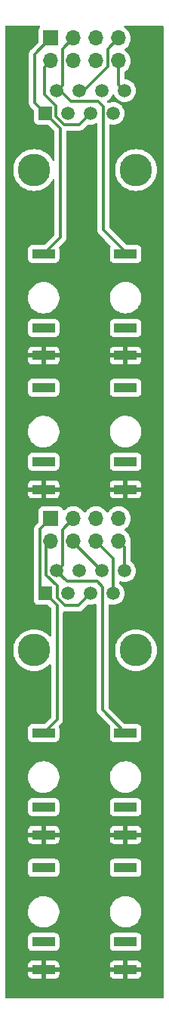
<source format=gbr>
%TF.GenerationSoftware,KiCad,Pcbnew,(6.0.11)*%
%TF.CreationDate,2023-01-29T15:15:52+00:00*%
%TF.ProjectId,Quadraphone_Breakout_Controls,51756164-7261-4706-986f-6e655f427265,rev?*%
%TF.SameCoordinates,Original*%
%TF.FileFunction,Copper,L1,Top*%
%TF.FilePolarity,Positive*%
%FSLAX46Y46*%
G04 Gerber Fmt 4.6, Leading zero omitted, Abs format (unit mm)*
G04 Created by KiCad (PCBNEW (6.0.11)) date 2023-01-29 15:15:52*
%MOMM*%
%LPD*%
G01*
G04 APERTURE LIST*
%TA.AperFunction,WasherPad*%
%ADD10C,3.650000*%
%TD*%
%TA.AperFunction,ComponentPad*%
%ADD11R,1.500000X1.500000*%
%TD*%
%TA.AperFunction,ComponentPad*%
%ADD12C,1.500000*%
%TD*%
%TA.AperFunction,ComponentPad*%
%ADD13R,2.500000X1.000000*%
%TD*%
%TA.AperFunction,ComponentPad*%
%ADD14R,1.700000X1.700000*%
%TD*%
%TA.AperFunction,ComponentPad*%
%ADD15O,1.700000X1.700000*%
%TD*%
%TA.AperFunction,Conductor*%
%ADD16C,0.300000*%
%TD*%
G04 APERTURE END LIST*
D10*
%TO.P,J1,*%
%TO.N,*%
X65160000Y-66700000D03*
X53730000Y-66700000D03*
D11*
%TO.P,J1,1*%
%TO.N,/A1*%
X55000000Y-60350000D03*
D12*
%TO.P,J1,2*%
%TO.N,/A2*%
X56270000Y-57810000D03*
%TO.P,J1,3*%
%TO.N,/A3*%
X57540000Y-60350000D03*
%TO.P,J1,4*%
%TO.N,/A4*%
X58810000Y-57810000D03*
%TO.P,J1,5*%
%TO.N,/A5*%
X60080000Y-60350000D03*
%TO.P,J1,6*%
%TO.N,/A6*%
X61350000Y-57810000D03*
%TO.P,J1,7*%
%TO.N,/A7*%
X62620000Y-60350000D03*
%TO.P,J1,8*%
%TO.N,/A8*%
X63890000Y-57810000D03*
%TD*%
D13*
%TO.P,J10,1*%
%TO.N,GND*%
X64000000Y-156280000D03*
%TO.P,J10,2*%
%TO.N,unconnected-(J10-Pad2)*%
X64000000Y-153180000D03*
%TO.P,J10,3*%
%TO.N,/B4*%
X64000000Y-144880000D03*
%TD*%
D10*
%TO.P,J2,*%
%TO.N,*%
X53730000Y-120500000D03*
X65160000Y-120500000D03*
D11*
%TO.P,J2,1*%
%TO.N,/B1*%
X55000000Y-114150000D03*
D12*
%TO.P,J2,2*%
%TO.N,/B2*%
X56270000Y-111610000D03*
%TO.P,J2,3*%
%TO.N,/B3*%
X57540000Y-114150000D03*
%TO.P,J2,4*%
%TO.N,/B4*%
X58810000Y-111610000D03*
%TO.P,J2,5*%
%TO.N,/B5*%
X60080000Y-114150000D03*
%TO.P,J2,6*%
%TO.N,/B6*%
X61350000Y-111610000D03*
%TO.P,J2,7*%
%TO.N,/B7*%
X62620000Y-114150000D03*
%TO.P,J2,8*%
%TO.N,/B8*%
X63890000Y-111610000D03*
%TD*%
D14*
%TO.P,J12,1,Pin_1*%
%TO.N,/B1*%
X55600000Y-105725000D03*
D15*
%TO.P,J12,2,Pin_2*%
%TO.N,/B5*%
X55600000Y-108265000D03*
%TO.P,J12,3,Pin_3*%
%TO.N,/B2*%
X58140000Y-105725000D03*
%TO.P,J12,4,Pin_4*%
%TO.N,/B6*%
X58140000Y-108265000D03*
%TO.P,J12,5,Pin_5*%
%TO.N,/B3*%
X60680000Y-105725000D03*
%TO.P,J12,6,Pin_6*%
%TO.N,/B7*%
X60680000Y-108265000D03*
%TO.P,J12,7,Pin_7*%
%TO.N,/B4*%
X63220000Y-105725000D03*
%TO.P,J12,8,Pin_8*%
%TO.N,/B8*%
X63220000Y-108265000D03*
%TD*%
D13*
%TO.P,J6,1*%
%TO.N,GND*%
X64000000Y-102480000D03*
%TO.P,J6,2*%
%TO.N,unconnected-(J6-Pad2)*%
X64000000Y-99380000D03*
%TO.P,J6,3*%
%TO.N,/A4*%
X64000000Y-91080000D03*
%TD*%
%TO.P,J9,1*%
%TO.N,GND*%
X54800000Y-156280000D03*
%TO.P,J9,2*%
%TO.N,unconnected-(J9-Pad2)*%
X54800000Y-153180000D03*
%TO.P,J9,3*%
%TO.N,/B3*%
X54800000Y-144880000D03*
%TD*%
%TO.P,J5,1*%
%TO.N,GND*%
X54800000Y-102480000D03*
%TO.P,J5,2*%
%TO.N,unconnected-(J5-Pad2)*%
X54800000Y-99380000D03*
%TO.P,J5,3*%
%TO.N,/A3*%
X54800000Y-91080000D03*
%TD*%
%TO.P,J4,1*%
%TO.N,GND*%
X64000000Y-87480000D03*
%TO.P,J4,2*%
%TO.N,unconnected-(J4-Pad2)*%
X64000000Y-84380000D03*
%TO.P,J4,3*%
%TO.N,/A2*%
X64000000Y-76080000D03*
%TD*%
%TO.P,J7,1*%
%TO.N,GND*%
X54800000Y-141180000D03*
%TO.P,J7,2*%
%TO.N,unconnected-(J7-Pad2)*%
X54800000Y-138080000D03*
%TO.P,J7,3*%
%TO.N,/B1*%
X54800000Y-129780000D03*
%TD*%
D14*
%TO.P,J11,1,Pin_1*%
%TO.N,/A1*%
X55600000Y-51925000D03*
D15*
%TO.P,J11,2,Pin_2*%
%TO.N,/A5*%
X55600000Y-54465000D03*
%TO.P,J11,3,Pin_3*%
%TO.N,/A2*%
X58140000Y-51925000D03*
%TO.P,J11,4,Pin_4*%
%TO.N,/A6*%
X58140000Y-54465000D03*
%TO.P,J11,5,Pin_5*%
%TO.N,/A3*%
X60680000Y-51925000D03*
%TO.P,J11,6,Pin_6*%
%TO.N,/A7*%
X60680000Y-54465000D03*
%TO.P,J11,7,Pin_7*%
%TO.N,/A4*%
X63220000Y-51925000D03*
%TO.P,J11,8,Pin_8*%
%TO.N,/A8*%
X63220000Y-54465000D03*
%TD*%
D13*
%TO.P,J3,1*%
%TO.N,GND*%
X54800000Y-87480000D03*
%TO.P,J3,2*%
%TO.N,unconnected-(J3-Pad2)*%
X54800000Y-84380000D03*
%TO.P,J3,3*%
%TO.N,/A1*%
X54800000Y-76080000D03*
%TD*%
%TO.P,J8,1*%
%TO.N,GND*%
X64000000Y-141180000D03*
%TO.P,J8,2*%
%TO.N,unconnected-(J8-Pad2)*%
X64000000Y-138080000D03*
%TO.P,J8,3*%
%TO.N,/B2*%
X64000000Y-129780000D03*
%TD*%
D16*
%TO.N,/A5*%
X54900000Y-55165000D02*
X55600000Y-54465000D01*
X57100000Y-61600000D02*
X56200000Y-60700000D01*
X54900000Y-58200000D02*
X54900000Y-55165000D01*
X60080000Y-60350000D02*
X58830000Y-61600000D01*
X58830000Y-61600000D02*
X57100000Y-61600000D01*
X56200000Y-60700000D02*
X56200000Y-59500000D01*
X56200000Y-59500000D02*
X54900000Y-58200000D01*
%TO.N,/A1*%
X53800000Y-53725000D02*
X55600000Y-51925000D01*
X53800000Y-59150000D02*
X53800000Y-53725000D01*
X55000000Y-60350000D02*
X53800000Y-59150000D01*
%TO.N,/B5*%
X55100000Y-108765000D02*
X55600000Y-108265000D01*
X55100000Y-112100000D02*
X55100000Y-108765000D01*
X56300000Y-113300000D02*
X55100000Y-112100000D01*
X56300000Y-114600000D02*
X56300000Y-113300000D01*
X58730000Y-115500000D02*
X57200000Y-115500000D01*
X57200000Y-115500000D02*
X56300000Y-114600000D01*
X60080000Y-114150000D02*
X58730000Y-115500000D01*
%TO.N,/B2*%
X56900000Y-106965000D02*
X58140000Y-105725000D01*
X56900000Y-110980000D02*
X56900000Y-106965000D01*
X56270000Y-111610000D02*
X56900000Y-110980000D01*
%TO.N,/B7*%
X62620000Y-110205000D02*
X60680000Y-108265000D01*
X62620000Y-114150000D02*
X62620000Y-110205000D01*
%TO.N,/B8*%
X63890000Y-108935000D02*
X63220000Y-108265000D01*
X63890000Y-111610000D02*
X63890000Y-108935000D01*
%TO.N,/B6*%
X58140000Y-108400000D02*
X58140000Y-108265000D01*
X61350000Y-111610000D02*
X58140000Y-108400000D01*
%TO.N,/B1*%
X54400000Y-106925000D02*
X55600000Y-105725000D01*
X54400000Y-113550000D02*
X54400000Y-106925000D01*
X55000000Y-114150000D02*
X54400000Y-113550000D01*
%TO.N,/A2*%
X56900000Y-53165000D02*
X58140000Y-51925000D01*
X56900000Y-57180000D02*
X56900000Y-53165000D01*
X56270000Y-57810000D02*
X56900000Y-57180000D01*
%TO.N,/A4*%
X62000000Y-53145000D02*
X63220000Y-51925000D01*
X62000000Y-55100000D02*
X62000000Y-53145000D01*
X59290000Y-57810000D02*
X62000000Y-55100000D01*
X58810000Y-57810000D02*
X59290000Y-57810000D01*
%TO.N,/A8*%
X63220000Y-57140000D02*
X63890000Y-57810000D01*
X63220000Y-54465000D02*
X63220000Y-57140000D01*
%TO.N,/A1*%
X55000000Y-60350000D02*
X56700000Y-62050000D01*
X56700000Y-62050000D02*
X56700000Y-74230000D01*
X56700000Y-74230000D02*
X54900000Y-76030000D01*
%TO.N,/A2*%
X61500000Y-73430000D02*
X64100000Y-76030000D01*
X56370000Y-57760000D02*
X56620280Y-57760000D01*
X61500000Y-59602500D02*
X61500000Y-73430000D01*
X57862780Y-59002500D02*
X60900000Y-59002500D01*
X56620280Y-57760000D02*
X57862780Y-59002500D01*
X60900000Y-59002500D02*
X61500000Y-59602500D01*
%TO.N,/B1*%
X55000000Y-114150000D02*
X56300000Y-115450000D01*
X56300000Y-115450000D02*
X56300000Y-128280000D01*
X56300000Y-128280000D02*
X54800000Y-129780000D01*
%TO.N,/B2*%
X57400000Y-112800000D02*
X60800000Y-112800000D01*
X56270000Y-111610000D02*
X56270000Y-111670000D01*
X60800000Y-112800000D02*
X61400000Y-113400000D01*
X61400000Y-127180000D02*
X64000000Y-129780000D01*
X56270000Y-111670000D02*
X57400000Y-112800000D01*
X61400000Y-113400000D02*
X61400000Y-127180000D01*
%TD*%
%TA.AperFunction,Conductor*%
%TO.N,GND*%
G36*
X54355708Y-50528502D02*
G01*
X54402201Y-50582158D01*
X54412305Y-50652432D01*
X54385607Y-50710890D01*
X54386739Y-50711739D01*
X54382848Y-50716930D01*
X54382847Y-50716932D01*
X54299385Y-50828295D01*
X54248255Y-50964684D01*
X54241500Y-51026866D01*
X54241500Y-52300050D01*
X54221498Y-52368171D01*
X54204595Y-52389145D01*
X53392394Y-53201346D01*
X53383614Y-53209336D01*
X53376920Y-53213584D01*
X53371494Y-53219362D01*
X53371493Y-53219363D01*
X53328396Y-53265258D01*
X53325671Y-53268070D01*
X53305073Y-53288667D01*
X53302356Y-53292170D01*
X53294648Y-53301195D01*
X53263028Y-53334867D01*
X53259207Y-53341818D01*
X53259206Y-53341819D01*
X53252697Y-53353658D01*
X53241843Y-53370182D01*
X53234018Y-53380271D01*
X53228696Y-53387132D01*
X53225549Y-53394404D01*
X53225548Y-53394406D01*
X53210346Y-53429535D01*
X53205124Y-53440195D01*
X53189810Y-53468051D01*
X53182876Y-53480663D01*
X53177541Y-53501441D01*
X53171142Y-53520131D01*
X53162620Y-53539824D01*
X53161380Y-53547655D01*
X53155394Y-53585448D01*
X53152987Y-53597071D01*
X53145798Y-53625072D01*
X53141500Y-53641812D01*
X53141500Y-53663259D01*
X53139949Y-53682969D01*
X53136594Y-53704152D01*
X53137340Y-53712043D01*
X53140941Y-53750138D01*
X53141500Y-53761996D01*
X53141500Y-59067944D01*
X53140941Y-59079800D01*
X53139212Y-59087537D01*
X53139461Y-59095459D01*
X53141438Y-59158369D01*
X53141500Y-59162327D01*
X53141500Y-59191432D01*
X53142056Y-59195832D01*
X53142988Y-59207664D01*
X53144438Y-59253831D01*
X53146650Y-59261444D01*
X53146650Y-59261445D01*
X53150419Y-59274416D01*
X53154430Y-59293782D01*
X53157118Y-59315064D01*
X53160034Y-59322429D01*
X53160035Y-59322433D01*
X53174126Y-59358021D01*
X53177965Y-59369231D01*
X53190855Y-59413600D01*
X53201775Y-59432065D01*
X53210466Y-59449805D01*
X53218365Y-59469756D01*
X53245516Y-59507126D01*
X53252033Y-59517048D01*
X53271507Y-59549977D01*
X53271510Y-59549981D01*
X53275547Y-59556807D01*
X53290711Y-59571971D01*
X53303551Y-59587004D01*
X53316159Y-59604357D01*
X53351752Y-59633802D01*
X53360532Y-59641792D01*
X53704595Y-59985855D01*
X53738621Y-60048167D01*
X53741500Y-60074950D01*
X53741500Y-61148134D01*
X53748255Y-61210316D01*
X53799385Y-61346705D01*
X53886739Y-61463261D01*
X54003295Y-61550615D01*
X54139684Y-61601745D01*
X54201866Y-61608500D01*
X55275050Y-61608500D01*
X55343171Y-61628502D01*
X55364145Y-61645405D01*
X56004595Y-62285855D01*
X56038621Y-62348167D01*
X56041500Y-62374950D01*
X56041500Y-65570908D01*
X56021498Y-65639029D01*
X55967842Y-65685522D01*
X55897568Y-65695626D01*
X55832988Y-65666132D01*
X55802494Y-65626637D01*
X55757032Y-65534450D01*
X55755206Y-65530747D01*
X55585262Y-65276407D01*
X55582548Y-65273313D01*
X55582544Y-65273307D01*
X55386283Y-65049515D01*
X55383574Y-65046426D01*
X55380485Y-65043717D01*
X55156693Y-64847456D01*
X55156687Y-64847452D01*
X55153593Y-64844738D01*
X55150163Y-64842446D01*
X55150162Y-64842445D01*
X54902689Y-64677089D01*
X54902687Y-64677088D01*
X54899254Y-64674794D01*
X54850747Y-64650873D01*
X54628612Y-64541327D01*
X54628604Y-64541324D01*
X54624908Y-64539501D01*
X54620993Y-64538172D01*
X54339163Y-64442504D01*
X54339159Y-64442503D01*
X54335250Y-64441176D01*
X54331206Y-64440372D01*
X54331200Y-64440370D01*
X54039275Y-64382302D01*
X54039269Y-64382301D01*
X54035236Y-64381499D01*
X54031131Y-64381230D01*
X54031124Y-64381229D01*
X53734119Y-64361763D01*
X53730000Y-64361493D01*
X53725881Y-64361763D01*
X53428876Y-64381229D01*
X53428869Y-64381230D01*
X53424764Y-64381499D01*
X53420731Y-64382301D01*
X53420725Y-64382302D01*
X53128800Y-64440370D01*
X53128794Y-64440372D01*
X53124750Y-64441176D01*
X53120841Y-64442503D01*
X53120837Y-64442504D01*
X52839007Y-64538172D01*
X52835092Y-64539501D01*
X52831396Y-64541324D01*
X52831388Y-64541327D01*
X52610816Y-64650103D01*
X52560747Y-64674794D01*
X52306407Y-64844738D01*
X52303313Y-64847452D01*
X52303307Y-64847456D01*
X52079515Y-65043717D01*
X52076426Y-65046426D01*
X52073717Y-65049515D01*
X51877456Y-65273307D01*
X51877452Y-65273313D01*
X51874738Y-65276407D01*
X51704794Y-65530747D01*
X51702968Y-65534450D01*
X51571327Y-65801388D01*
X51571324Y-65801396D01*
X51569501Y-65805092D01*
X51471176Y-66094750D01*
X51411499Y-66394764D01*
X51391493Y-66700000D01*
X51411499Y-67005236D01*
X51471176Y-67305250D01*
X51569501Y-67594908D01*
X51571324Y-67598604D01*
X51571327Y-67598612D01*
X51622879Y-67703148D01*
X51704794Y-67869253D01*
X51874738Y-68123593D01*
X51877452Y-68126687D01*
X51877456Y-68126693D01*
X52073717Y-68350485D01*
X52076426Y-68353574D01*
X52079515Y-68356283D01*
X52303307Y-68552544D01*
X52303313Y-68552548D01*
X52306407Y-68555262D01*
X52309833Y-68557551D01*
X52309838Y-68557555D01*
X52557311Y-68722911D01*
X52560746Y-68725206D01*
X52564449Y-68727032D01*
X52831388Y-68858673D01*
X52831396Y-68858676D01*
X52835092Y-68860499D01*
X52839006Y-68861828D01*
X52839007Y-68861828D01*
X53120837Y-68957496D01*
X53120841Y-68957497D01*
X53124750Y-68958824D01*
X53128794Y-68959628D01*
X53128800Y-68959630D01*
X53420725Y-69017698D01*
X53420731Y-69017699D01*
X53424764Y-69018501D01*
X53428869Y-69018770D01*
X53428876Y-69018771D01*
X53725881Y-69038237D01*
X53730000Y-69038507D01*
X53734119Y-69038237D01*
X54031124Y-69018771D01*
X54031131Y-69018770D01*
X54035236Y-69018501D01*
X54039269Y-69017699D01*
X54039275Y-69017698D01*
X54331200Y-68959630D01*
X54331206Y-68959628D01*
X54335250Y-68958824D01*
X54339159Y-68957497D01*
X54339163Y-68957496D01*
X54620993Y-68861828D01*
X54620994Y-68861828D01*
X54624908Y-68860499D01*
X54628604Y-68858676D01*
X54628612Y-68858673D01*
X54895551Y-68727032D01*
X54899254Y-68725206D01*
X54902689Y-68722911D01*
X55150162Y-68557555D01*
X55150167Y-68557551D01*
X55153593Y-68555262D01*
X55156687Y-68552548D01*
X55156693Y-68552544D01*
X55380485Y-68356283D01*
X55383574Y-68353574D01*
X55386283Y-68350485D01*
X55582544Y-68126693D01*
X55582548Y-68126687D01*
X55585262Y-68123593D01*
X55755206Y-67869253D01*
X55802494Y-67773363D01*
X55850563Y-67721115D01*
X55919248Y-67703148D01*
X55986744Y-67725167D01*
X56031620Y-67780182D01*
X56041500Y-67829092D01*
X56041500Y-73905051D01*
X56021498Y-73973172D01*
X56004595Y-73994146D01*
X54964145Y-75034595D01*
X54901833Y-75068621D01*
X54875050Y-75071500D01*
X53501866Y-75071500D01*
X53439684Y-75078255D01*
X53303295Y-75129385D01*
X53186739Y-75216739D01*
X53099385Y-75333295D01*
X53048255Y-75469684D01*
X53041500Y-75531866D01*
X53041500Y-76628134D01*
X53048255Y-76690316D01*
X53099385Y-76826705D01*
X53186739Y-76943261D01*
X53303295Y-77030615D01*
X53439684Y-77081745D01*
X53501866Y-77088500D01*
X56098134Y-77088500D01*
X56160316Y-77081745D01*
X56296705Y-77030615D01*
X56413261Y-76943261D01*
X56500615Y-76826705D01*
X56551745Y-76690316D01*
X56558500Y-76628134D01*
X56558500Y-75531866D01*
X56551745Y-75469684D01*
X56548973Y-75462289D01*
X56548971Y-75462282D01*
X56536549Y-75429147D01*
X56531366Y-75358340D01*
X56565436Y-75295823D01*
X57107600Y-74753659D01*
X57116381Y-74745669D01*
X57116390Y-74745661D01*
X57123080Y-74741416D01*
X57171621Y-74689725D01*
X57174375Y-74686884D01*
X57194926Y-74666333D01*
X57197638Y-74662837D01*
X57205349Y-74653808D01*
X57231544Y-74625913D01*
X57236972Y-74620133D01*
X57247301Y-74601345D01*
X57258158Y-74584816D01*
X57266447Y-74574131D01*
X57266448Y-74574129D01*
X57271304Y-74567869D01*
X57289657Y-74525456D01*
X57294868Y-74514819D01*
X57317124Y-74474337D01*
X57322457Y-74453566D01*
X57328859Y-74434864D01*
X57337379Y-74415177D01*
X57344605Y-74369552D01*
X57347013Y-74357926D01*
X57356529Y-74320865D01*
X57356529Y-74320864D01*
X57358500Y-74313188D01*
X57358500Y-74291742D01*
X57360051Y-74272031D01*
X57362166Y-74258678D01*
X57363406Y-74250849D01*
X57359059Y-74204864D01*
X57358500Y-74193006D01*
X57358500Y-62384500D01*
X57378502Y-62316379D01*
X57432158Y-62269886D01*
X57484500Y-62258500D01*
X58747944Y-62258500D01*
X58759800Y-62259059D01*
X58759803Y-62259059D01*
X58767537Y-62260788D01*
X58838369Y-62258562D01*
X58842327Y-62258500D01*
X58871432Y-62258500D01*
X58875832Y-62257944D01*
X58887664Y-62257012D01*
X58933831Y-62255562D01*
X58954421Y-62249580D01*
X58973782Y-62245570D01*
X58980770Y-62244688D01*
X58987204Y-62243875D01*
X58987205Y-62243875D01*
X58995064Y-62242882D01*
X59002429Y-62239966D01*
X59002433Y-62239965D01*
X59038021Y-62225874D01*
X59049231Y-62222035D01*
X59093600Y-62209145D01*
X59112065Y-62198225D01*
X59129805Y-62189534D01*
X59149756Y-62181635D01*
X59187129Y-62154482D01*
X59197048Y-62147967D01*
X59229977Y-62128493D01*
X59229981Y-62128490D01*
X59236807Y-62124453D01*
X59251971Y-62109289D01*
X59267005Y-62096448D01*
X59277943Y-62088501D01*
X59284357Y-62083841D01*
X59313803Y-62048247D01*
X59321792Y-62039468D01*
X59735461Y-61625799D01*
X59797773Y-61591773D01*
X59849678Y-61593006D01*
X59849902Y-61591736D01*
X59855309Y-61592690D01*
X59860629Y-61594115D01*
X60080000Y-61613307D01*
X60299371Y-61594115D01*
X60512076Y-61537120D01*
X60662251Y-61467093D01*
X60732442Y-61456432D01*
X60797255Y-61485412D01*
X60836111Y-61544832D01*
X60841500Y-61581288D01*
X60841500Y-73347944D01*
X60840941Y-73359800D01*
X60839212Y-73367537D01*
X60839461Y-73375459D01*
X60841438Y-73438369D01*
X60841500Y-73442327D01*
X60841500Y-73471432D01*
X60842056Y-73475832D01*
X60842988Y-73487664D01*
X60844438Y-73533831D01*
X60846650Y-73541444D01*
X60846650Y-73541445D01*
X60850419Y-73554416D01*
X60854430Y-73573782D01*
X60857118Y-73595064D01*
X60860034Y-73602429D01*
X60860035Y-73602433D01*
X60874126Y-73638021D01*
X60877965Y-73649231D01*
X60890855Y-73693600D01*
X60901775Y-73712065D01*
X60910466Y-73729805D01*
X60918365Y-73749756D01*
X60945516Y-73787126D01*
X60952033Y-73797048D01*
X60971507Y-73829977D01*
X60971510Y-73829981D01*
X60975547Y-73836807D01*
X60990711Y-73851971D01*
X61003551Y-73867004D01*
X61016159Y-73884357D01*
X61041174Y-73905051D01*
X61051752Y-73913802D01*
X61060532Y-73921792D01*
X61712872Y-74574131D01*
X62296103Y-75157362D01*
X62330128Y-75219674D01*
X62325064Y-75290489D01*
X62307835Y-75322020D01*
X62299385Y-75333295D01*
X62248255Y-75469684D01*
X62241500Y-75531866D01*
X62241500Y-76628134D01*
X62248255Y-76690316D01*
X62299385Y-76826705D01*
X62386739Y-76943261D01*
X62503295Y-77030615D01*
X62639684Y-77081745D01*
X62701866Y-77088500D01*
X65298134Y-77088500D01*
X65360316Y-77081745D01*
X65496705Y-77030615D01*
X65613261Y-76943261D01*
X65700615Y-76826705D01*
X65751745Y-76690316D01*
X65758500Y-76628134D01*
X65758500Y-75531866D01*
X65751745Y-75469684D01*
X65700615Y-75333295D01*
X65613261Y-75216739D01*
X65496705Y-75129385D01*
X65360316Y-75078255D01*
X65298134Y-75071500D01*
X64124949Y-75071500D01*
X64056828Y-75051498D01*
X64035854Y-75034595D01*
X62195405Y-73194145D01*
X62161379Y-73131833D01*
X62158500Y-73105050D01*
X62158500Y-66700000D01*
X62821493Y-66700000D01*
X62841499Y-67005236D01*
X62901176Y-67305250D01*
X62999501Y-67594908D01*
X63001324Y-67598604D01*
X63001327Y-67598612D01*
X63052879Y-67703148D01*
X63134794Y-67869253D01*
X63304738Y-68123593D01*
X63307452Y-68126687D01*
X63307456Y-68126693D01*
X63503717Y-68350485D01*
X63506426Y-68353574D01*
X63509515Y-68356283D01*
X63733307Y-68552544D01*
X63733313Y-68552548D01*
X63736407Y-68555262D01*
X63739833Y-68557551D01*
X63739838Y-68557555D01*
X63987311Y-68722911D01*
X63990746Y-68725206D01*
X63994449Y-68727032D01*
X64261388Y-68858673D01*
X64261396Y-68858676D01*
X64265092Y-68860499D01*
X64269006Y-68861828D01*
X64269007Y-68861828D01*
X64550837Y-68957496D01*
X64550841Y-68957497D01*
X64554750Y-68958824D01*
X64558794Y-68959628D01*
X64558800Y-68959630D01*
X64850725Y-69017698D01*
X64850731Y-69017699D01*
X64854764Y-69018501D01*
X64858869Y-69018770D01*
X64858876Y-69018771D01*
X65155881Y-69038237D01*
X65160000Y-69038507D01*
X65164119Y-69038237D01*
X65461124Y-69018771D01*
X65461131Y-69018770D01*
X65465236Y-69018501D01*
X65469269Y-69017699D01*
X65469275Y-69017698D01*
X65761200Y-68959630D01*
X65761206Y-68959628D01*
X65765250Y-68958824D01*
X65769159Y-68957497D01*
X65769163Y-68957496D01*
X66050993Y-68861828D01*
X66050994Y-68861828D01*
X66054908Y-68860499D01*
X66058604Y-68858676D01*
X66058612Y-68858673D01*
X66325551Y-68727032D01*
X66329254Y-68725206D01*
X66332689Y-68722911D01*
X66580162Y-68557555D01*
X66580167Y-68557551D01*
X66583593Y-68555262D01*
X66586687Y-68552548D01*
X66586693Y-68552544D01*
X66810485Y-68356283D01*
X66813574Y-68353574D01*
X66816283Y-68350485D01*
X67012544Y-68126693D01*
X67012548Y-68126687D01*
X67015262Y-68123593D01*
X67185206Y-67869253D01*
X67267121Y-67703148D01*
X67318673Y-67598612D01*
X67318676Y-67598604D01*
X67320499Y-67594908D01*
X67418824Y-67305250D01*
X67478501Y-67005236D01*
X67498507Y-66700000D01*
X67478501Y-66394764D01*
X67418824Y-66094750D01*
X67320499Y-65805092D01*
X67318676Y-65801396D01*
X67318673Y-65801388D01*
X67187032Y-65534450D01*
X67185206Y-65530747D01*
X67015262Y-65276407D01*
X67012548Y-65273313D01*
X67012544Y-65273307D01*
X66816283Y-65049515D01*
X66813574Y-65046426D01*
X66810485Y-65043717D01*
X66586693Y-64847456D01*
X66586687Y-64847452D01*
X66583593Y-64844738D01*
X66580163Y-64842446D01*
X66580162Y-64842445D01*
X66332689Y-64677089D01*
X66332687Y-64677088D01*
X66329254Y-64674794D01*
X66280747Y-64650873D01*
X66058612Y-64541327D01*
X66058604Y-64541324D01*
X66054908Y-64539501D01*
X66050993Y-64538172D01*
X65769163Y-64442504D01*
X65769159Y-64442503D01*
X65765250Y-64441176D01*
X65761206Y-64440372D01*
X65761200Y-64440370D01*
X65469275Y-64382302D01*
X65469269Y-64382301D01*
X65465236Y-64381499D01*
X65461131Y-64381230D01*
X65461124Y-64381229D01*
X65164119Y-64361763D01*
X65160000Y-64361493D01*
X65155881Y-64361763D01*
X64858876Y-64381229D01*
X64858869Y-64381230D01*
X64854764Y-64381499D01*
X64850731Y-64382301D01*
X64850725Y-64382302D01*
X64558800Y-64440370D01*
X64558794Y-64440372D01*
X64554750Y-64441176D01*
X64550841Y-64442503D01*
X64550837Y-64442504D01*
X64269007Y-64538172D01*
X64265092Y-64539501D01*
X64261396Y-64541324D01*
X64261388Y-64541327D01*
X64040816Y-64650103D01*
X63990747Y-64674794D01*
X63736407Y-64844738D01*
X63733313Y-64847452D01*
X63733307Y-64847456D01*
X63509515Y-65043717D01*
X63506426Y-65046426D01*
X63503717Y-65049515D01*
X63307456Y-65273307D01*
X63307452Y-65273313D01*
X63304738Y-65276407D01*
X63134794Y-65530747D01*
X63132968Y-65534450D01*
X63001327Y-65801388D01*
X63001324Y-65801396D01*
X62999501Y-65805092D01*
X62901176Y-66094750D01*
X62841499Y-66394764D01*
X62821493Y-66700000D01*
X62158500Y-66700000D01*
X62158500Y-61693443D01*
X62178502Y-61625322D01*
X62232158Y-61578829D01*
X62302432Y-61568725D01*
X62317112Y-61571737D01*
X62395309Y-61592690D01*
X62395315Y-61592691D01*
X62400629Y-61594115D01*
X62620000Y-61613307D01*
X62839371Y-61594115D01*
X63052076Y-61537120D01*
X63251654Y-61444056D01*
X63380422Y-61353891D01*
X63427527Y-61320908D01*
X63427529Y-61320906D01*
X63432038Y-61317749D01*
X63587749Y-61162038D01*
X63599878Y-61144717D01*
X63710899Y-60986162D01*
X63710900Y-60986160D01*
X63714056Y-60981653D01*
X63716379Y-60976671D01*
X63716382Y-60976666D01*
X63804795Y-60787061D01*
X63807120Y-60782076D01*
X63864115Y-60569371D01*
X63883307Y-60350000D01*
X63864115Y-60130629D01*
X63807120Y-59917924D01*
X63763585Y-59824562D01*
X63716382Y-59723334D01*
X63716379Y-59723329D01*
X63714056Y-59718347D01*
X63654857Y-59633802D01*
X63590908Y-59542473D01*
X63590906Y-59542470D01*
X63587749Y-59537962D01*
X63432038Y-59382251D01*
X63251654Y-59255944D01*
X63052076Y-59162880D01*
X62839371Y-59105885D01*
X62620000Y-59086693D01*
X62400629Y-59105885D01*
X62187924Y-59162880D01*
X62182942Y-59165203D01*
X62182934Y-59165206D01*
X62137333Y-59186471D01*
X62067141Y-59197133D01*
X62002328Y-59168154D01*
X61992232Y-59158530D01*
X61988502Y-59154558D01*
X61983841Y-59148143D01*
X61948247Y-59118697D01*
X61939468Y-59110708D01*
X61939192Y-59110432D01*
X61905166Y-59048120D01*
X61910231Y-58977305D01*
X61952778Y-58920469D01*
X61975031Y-58907145D01*
X61976662Y-58906384D01*
X61976664Y-58906383D01*
X61981654Y-58904056D01*
X62162038Y-58777749D01*
X62317749Y-58622038D01*
X62444056Y-58441653D01*
X62446379Y-58436671D01*
X62446382Y-58436666D01*
X62505805Y-58309231D01*
X62552722Y-58255946D01*
X62620999Y-58236485D01*
X62688959Y-58257027D01*
X62734195Y-58309231D01*
X62793618Y-58436666D01*
X62793621Y-58436671D01*
X62795944Y-58441653D01*
X62922251Y-58622038D01*
X63077962Y-58777749D01*
X63258346Y-58904056D01*
X63457924Y-58997120D01*
X63670629Y-59054115D01*
X63890000Y-59073307D01*
X64109371Y-59054115D01*
X64322076Y-58997120D01*
X64521654Y-58904056D01*
X64702038Y-58777749D01*
X64857749Y-58622038D01*
X64984056Y-58441653D01*
X64986379Y-58436671D01*
X64986382Y-58436666D01*
X65074795Y-58247061D01*
X65077120Y-58242076D01*
X65134115Y-58029371D01*
X65153307Y-57810000D01*
X65134115Y-57590629D01*
X65077120Y-57377924D01*
X65008993Y-57231824D01*
X64986382Y-57183334D01*
X64986379Y-57183329D01*
X64984056Y-57178347D01*
X64963470Y-57148947D01*
X64860908Y-57002473D01*
X64860906Y-57002470D01*
X64857749Y-56997962D01*
X64702038Y-56842251D01*
X64521654Y-56715944D01*
X64322076Y-56622880D01*
X64109371Y-56565885D01*
X63993517Y-56555749D01*
X63927401Y-56529887D01*
X63885761Y-56472384D01*
X63878500Y-56430229D01*
X63878500Y-55728961D01*
X63898502Y-55660840D01*
X63931332Y-55626382D01*
X63952314Y-55611416D01*
X64099860Y-55506173D01*
X64258096Y-55348489D01*
X64388453Y-55167077D01*
X64409320Y-55124857D01*
X64485136Y-54971453D01*
X64485137Y-54971451D01*
X64487430Y-54966811D01*
X64552370Y-54753069D01*
X64581529Y-54531590D01*
X64583156Y-54465000D01*
X64564852Y-54242361D01*
X64510431Y-54025702D01*
X64421354Y-53820840D01*
X64300014Y-53633277D01*
X64149670Y-53468051D01*
X64145619Y-53464852D01*
X64145615Y-53464848D01*
X63978414Y-53332800D01*
X63978410Y-53332798D01*
X63974359Y-53329598D01*
X63933053Y-53306796D01*
X63883084Y-53256364D01*
X63868312Y-53186921D01*
X63893428Y-53120516D01*
X63920780Y-53093909D01*
X63964603Y-53062650D01*
X64099860Y-52966173D01*
X64258096Y-52808489D01*
X64388453Y-52627077D01*
X64409320Y-52584857D01*
X64485136Y-52431453D01*
X64485137Y-52431451D01*
X64487430Y-52426811D01*
X64552370Y-52213069D01*
X64581529Y-51991590D01*
X64583156Y-51925000D01*
X64564852Y-51702361D01*
X64510431Y-51485702D01*
X64421354Y-51280840D01*
X64300014Y-51093277D01*
X64149670Y-50928051D01*
X64145619Y-50924852D01*
X64145615Y-50924848D01*
X63978414Y-50792800D01*
X63978410Y-50792798D01*
X63974359Y-50789598D01*
X63969835Y-50787100D01*
X63969831Y-50787098D01*
X63893223Y-50744808D01*
X63843253Y-50694376D01*
X63828481Y-50624933D01*
X63853597Y-50558528D01*
X63910628Y-50516243D01*
X63954117Y-50508500D01*
X68165500Y-50508500D01*
X68233621Y-50528502D01*
X68280114Y-50582158D01*
X68291500Y-50634500D01*
X68291500Y-159365500D01*
X68271498Y-159433621D01*
X68217842Y-159480114D01*
X68165500Y-159491500D01*
X50634500Y-159491500D01*
X50566379Y-159471498D01*
X50519886Y-159417842D01*
X50508500Y-159365500D01*
X50508500Y-156824669D01*
X53042001Y-156824669D01*
X53042371Y-156831490D01*
X53047895Y-156882352D01*
X53051521Y-156897604D01*
X53096676Y-157018054D01*
X53105214Y-157033649D01*
X53181715Y-157135724D01*
X53194276Y-157148285D01*
X53296351Y-157224786D01*
X53311946Y-157233324D01*
X53432394Y-157278478D01*
X53447649Y-157282105D01*
X53498514Y-157287631D01*
X53505328Y-157288000D01*
X54527885Y-157288000D01*
X54543124Y-157283525D01*
X54544329Y-157282135D01*
X54546000Y-157274452D01*
X54546000Y-157269884D01*
X55054000Y-157269884D01*
X55058475Y-157285123D01*
X55059865Y-157286328D01*
X55067548Y-157287999D01*
X56094669Y-157287999D01*
X56101490Y-157287629D01*
X56152352Y-157282105D01*
X56167604Y-157278479D01*
X56288054Y-157233324D01*
X56303649Y-157224786D01*
X56405724Y-157148285D01*
X56418285Y-157135724D01*
X56494786Y-157033649D01*
X56503324Y-157018054D01*
X56548478Y-156897606D01*
X56552105Y-156882351D01*
X56557631Y-156831486D01*
X56558000Y-156824672D01*
X56558000Y-156824669D01*
X62242001Y-156824669D01*
X62242371Y-156831490D01*
X62247895Y-156882352D01*
X62251521Y-156897604D01*
X62296676Y-157018054D01*
X62305214Y-157033649D01*
X62381715Y-157135724D01*
X62394276Y-157148285D01*
X62496351Y-157224786D01*
X62511946Y-157233324D01*
X62632394Y-157278478D01*
X62647649Y-157282105D01*
X62698514Y-157287631D01*
X62705328Y-157288000D01*
X63727885Y-157288000D01*
X63743124Y-157283525D01*
X63744329Y-157282135D01*
X63746000Y-157274452D01*
X63746000Y-157269884D01*
X64254000Y-157269884D01*
X64258475Y-157285123D01*
X64259865Y-157286328D01*
X64267548Y-157287999D01*
X65294669Y-157287999D01*
X65301490Y-157287629D01*
X65352352Y-157282105D01*
X65367604Y-157278479D01*
X65488054Y-157233324D01*
X65503649Y-157224786D01*
X65605724Y-157148285D01*
X65618285Y-157135724D01*
X65694786Y-157033649D01*
X65703324Y-157018054D01*
X65748478Y-156897606D01*
X65752105Y-156882351D01*
X65757631Y-156831486D01*
X65758000Y-156824672D01*
X65758000Y-156552115D01*
X65753525Y-156536876D01*
X65752135Y-156535671D01*
X65744452Y-156534000D01*
X64272115Y-156534000D01*
X64256876Y-156538475D01*
X64255671Y-156539865D01*
X64254000Y-156547548D01*
X64254000Y-157269884D01*
X63746000Y-157269884D01*
X63746000Y-156552115D01*
X63741525Y-156536876D01*
X63740135Y-156535671D01*
X63732452Y-156534000D01*
X62260116Y-156534000D01*
X62244877Y-156538475D01*
X62243672Y-156539865D01*
X62242001Y-156547548D01*
X62242001Y-156824669D01*
X56558000Y-156824669D01*
X56558000Y-156552115D01*
X56553525Y-156536876D01*
X56552135Y-156535671D01*
X56544452Y-156534000D01*
X55072115Y-156534000D01*
X55056876Y-156538475D01*
X55055671Y-156539865D01*
X55054000Y-156547548D01*
X55054000Y-157269884D01*
X54546000Y-157269884D01*
X54546000Y-156552115D01*
X54541525Y-156536876D01*
X54540135Y-156535671D01*
X54532452Y-156534000D01*
X53060116Y-156534000D01*
X53044877Y-156538475D01*
X53043672Y-156539865D01*
X53042001Y-156547548D01*
X53042001Y-156824669D01*
X50508500Y-156824669D01*
X50508500Y-156007885D01*
X53042000Y-156007885D01*
X53046475Y-156023124D01*
X53047865Y-156024329D01*
X53055548Y-156026000D01*
X54527885Y-156026000D01*
X54543124Y-156021525D01*
X54544329Y-156020135D01*
X54546000Y-156012452D01*
X54546000Y-156007885D01*
X55054000Y-156007885D01*
X55058475Y-156023124D01*
X55059865Y-156024329D01*
X55067548Y-156026000D01*
X56539884Y-156026000D01*
X56555123Y-156021525D01*
X56556328Y-156020135D01*
X56557999Y-156012452D01*
X56557999Y-156007885D01*
X62242000Y-156007885D01*
X62246475Y-156023124D01*
X62247865Y-156024329D01*
X62255548Y-156026000D01*
X63727885Y-156026000D01*
X63743124Y-156021525D01*
X63744329Y-156020135D01*
X63746000Y-156012452D01*
X63746000Y-156007885D01*
X64254000Y-156007885D01*
X64258475Y-156023124D01*
X64259865Y-156024329D01*
X64267548Y-156026000D01*
X65739884Y-156026000D01*
X65755123Y-156021525D01*
X65756328Y-156020135D01*
X65757999Y-156012452D01*
X65757999Y-155735331D01*
X65757629Y-155728510D01*
X65752105Y-155677648D01*
X65748479Y-155662396D01*
X65703324Y-155541946D01*
X65694786Y-155526351D01*
X65618285Y-155424276D01*
X65605724Y-155411715D01*
X65503649Y-155335214D01*
X65488054Y-155326676D01*
X65367606Y-155281522D01*
X65352351Y-155277895D01*
X65301486Y-155272369D01*
X65294672Y-155272000D01*
X64272115Y-155272000D01*
X64256876Y-155276475D01*
X64255671Y-155277865D01*
X64254000Y-155285548D01*
X64254000Y-156007885D01*
X63746000Y-156007885D01*
X63746000Y-155290116D01*
X63741525Y-155274877D01*
X63740135Y-155273672D01*
X63732452Y-155272001D01*
X62705331Y-155272001D01*
X62698510Y-155272371D01*
X62647648Y-155277895D01*
X62632396Y-155281521D01*
X62511946Y-155326676D01*
X62496351Y-155335214D01*
X62394276Y-155411715D01*
X62381715Y-155424276D01*
X62305214Y-155526351D01*
X62296676Y-155541946D01*
X62251522Y-155662394D01*
X62247895Y-155677649D01*
X62242369Y-155728514D01*
X62242000Y-155735328D01*
X62242000Y-156007885D01*
X56557999Y-156007885D01*
X56557999Y-155735331D01*
X56557629Y-155728510D01*
X56552105Y-155677648D01*
X56548479Y-155662396D01*
X56503324Y-155541946D01*
X56494786Y-155526351D01*
X56418285Y-155424276D01*
X56405724Y-155411715D01*
X56303649Y-155335214D01*
X56288054Y-155326676D01*
X56167606Y-155281522D01*
X56152351Y-155277895D01*
X56101486Y-155272369D01*
X56094672Y-155272000D01*
X55072115Y-155272000D01*
X55056876Y-155276475D01*
X55055671Y-155277865D01*
X55054000Y-155285548D01*
X55054000Y-156007885D01*
X54546000Y-156007885D01*
X54546000Y-155290116D01*
X54541525Y-155274877D01*
X54540135Y-155273672D01*
X54532452Y-155272001D01*
X53505331Y-155272001D01*
X53498510Y-155272371D01*
X53447648Y-155277895D01*
X53432396Y-155281521D01*
X53311946Y-155326676D01*
X53296351Y-155335214D01*
X53194276Y-155411715D01*
X53181715Y-155424276D01*
X53105214Y-155526351D01*
X53096676Y-155541946D01*
X53051522Y-155662394D01*
X53047895Y-155677649D01*
X53042369Y-155728514D01*
X53042000Y-155735328D01*
X53042000Y-156007885D01*
X50508500Y-156007885D01*
X50508500Y-153728134D01*
X53041500Y-153728134D01*
X53048255Y-153790316D01*
X53099385Y-153926705D01*
X53186739Y-154043261D01*
X53303295Y-154130615D01*
X53439684Y-154181745D01*
X53501866Y-154188500D01*
X56098134Y-154188500D01*
X56160316Y-154181745D01*
X56296705Y-154130615D01*
X56413261Y-154043261D01*
X56500615Y-153926705D01*
X56551745Y-153790316D01*
X56558500Y-153728134D01*
X62241500Y-153728134D01*
X62248255Y-153790316D01*
X62299385Y-153926705D01*
X62386739Y-154043261D01*
X62503295Y-154130615D01*
X62639684Y-154181745D01*
X62701866Y-154188500D01*
X65298134Y-154188500D01*
X65360316Y-154181745D01*
X65496705Y-154130615D01*
X65613261Y-154043261D01*
X65700615Y-153926705D01*
X65751745Y-153790316D01*
X65758500Y-153728134D01*
X65758500Y-152631866D01*
X65751745Y-152569684D01*
X65700615Y-152433295D01*
X65613261Y-152316739D01*
X65496705Y-152229385D01*
X65360316Y-152178255D01*
X65298134Y-152171500D01*
X62701866Y-152171500D01*
X62639684Y-152178255D01*
X62503295Y-152229385D01*
X62386739Y-152316739D01*
X62299385Y-152433295D01*
X62248255Y-152569684D01*
X62241500Y-152631866D01*
X62241500Y-153728134D01*
X56558500Y-153728134D01*
X56558500Y-152631866D01*
X56551745Y-152569684D01*
X56500615Y-152433295D01*
X56413261Y-152316739D01*
X56296705Y-152229385D01*
X56160316Y-152178255D01*
X56098134Y-152171500D01*
X53501866Y-152171500D01*
X53439684Y-152178255D01*
X53303295Y-152229385D01*
X53186739Y-152316739D01*
X53099385Y-152433295D01*
X53048255Y-152569684D01*
X53041500Y-152631866D01*
X53041500Y-153728134D01*
X50508500Y-153728134D01*
X50508500Y-149907655D01*
X53039858Y-149907655D01*
X53075104Y-150166638D01*
X53076412Y-150171124D01*
X53076412Y-150171126D01*
X53096098Y-150238664D01*
X53148243Y-150417567D01*
X53257668Y-150654928D01*
X53260231Y-150658837D01*
X53398410Y-150869596D01*
X53398414Y-150869601D01*
X53400976Y-150873509D01*
X53575018Y-151068506D01*
X53775970Y-151235637D01*
X53779973Y-151238066D01*
X53995422Y-151368804D01*
X53995426Y-151368806D01*
X53999419Y-151371229D01*
X54240455Y-151472303D01*
X54493783Y-151536641D01*
X54498434Y-151537109D01*
X54498438Y-151537110D01*
X54691308Y-151556531D01*
X54710867Y-151558500D01*
X54866354Y-151558500D01*
X54868679Y-151558327D01*
X54868685Y-151558327D01*
X55056000Y-151544407D01*
X55056004Y-151544406D01*
X55060652Y-151544061D01*
X55065200Y-151543032D01*
X55065206Y-151543031D01*
X55251601Y-151500853D01*
X55315577Y-151486377D01*
X55351769Y-151472303D01*
X55554824Y-151393340D01*
X55554827Y-151393339D01*
X55559177Y-151391647D01*
X55786098Y-151261951D01*
X55991357Y-151100138D01*
X56170443Y-150909763D01*
X56319424Y-150695009D01*
X56435025Y-150460593D01*
X56514707Y-150211665D01*
X56556721Y-149953693D01*
X56557324Y-149907655D01*
X62239858Y-149907655D01*
X62275104Y-150166638D01*
X62276412Y-150171124D01*
X62276412Y-150171126D01*
X62296098Y-150238664D01*
X62348243Y-150417567D01*
X62457668Y-150654928D01*
X62460231Y-150658837D01*
X62598410Y-150869596D01*
X62598414Y-150869601D01*
X62600976Y-150873509D01*
X62775018Y-151068506D01*
X62975970Y-151235637D01*
X62979973Y-151238066D01*
X63195422Y-151368804D01*
X63195426Y-151368806D01*
X63199419Y-151371229D01*
X63440455Y-151472303D01*
X63693783Y-151536641D01*
X63698434Y-151537109D01*
X63698438Y-151537110D01*
X63891308Y-151556531D01*
X63910867Y-151558500D01*
X64066354Y-151558500D01*
X64068679Y-151558327D01*
X64068685Y-151558327D01*
X64256000Y-151544407D01*
X64256004Y-151544406D01*
X64260652Y-151544061D01*
X64265200Y-151543032D01*
X64265206Y-151543031D01*
X64451601Y-151500853D01*
X64515577Y-151486377D01*
X64551769Y-151472303D01*
X64754824Y-151393340D01*
X64754827Y-151393339D01*
X64759177Y-151391647D01*
X64986098Y-151261951D01*
X65191357Y-151100138D01*
X65370443Y-150909763D01*
X65519424Y-150695009D01*
X65635025Y-150460593D01*
X65714707Y-150211665D01*
X65756721Y-149953693D01*
X65760142Y-149692345D01*
X65724896Y-149433362D01*
X65710473Y-149383877D01*
X65653068Y-149186932D01*
X65651757Y-149182433D01*
X65542332Y-148945072D01*
X65509519Y-148895024D01*
X65401590Y-148730404D01*
X65401586Y-148730399D01*
X65399024Y-148726491D01*
X65224982Y-148531494D01*
X65024030Y-148364363D01*
X64976844Y-148335730D01*
X64804578Y-148231196D01*
X64804574Y-148231194D01*
X64800581Y-148228771D01*
X64559545Y-148127697D01*
X64306217Y-148063359D01*
X64301566Y-148062891D01*
X64301562Y-148062890D01*
X64092271Y-148041816D01*
X64089133Y-148041500D01*
X63933646Y-148041500D01*
X63931321Y-148041673D01*
X63931315Y-148041673D01*
X63744000Y-148055593D01*
X63743996Y-148055594D01*
X63739348Y-148055939D01*
X63734800Y-148056968D01*
X63734794Y-148056969D01*
X63548399Y-148099147D01*
X63484423Y-148113623D01*
X63480071Y-148115315D01*
X63480069Y-148115316D01*
X63245176Y-148206660D01*
X63245173Y-148206661D01*
X63240823Y-148208353D01*
X63013902Y-148338049D01*
X62808643Y-148499862D01*
X62629557Y-148690237D01*
X62480576Y-148904991D01*
X62364975Y-149139407D01*
X62285293Y-149388335D01*
X62243279Y-149646307D01*
X62239858Y-149907655D01*
X56557324Y-149907655D01*
X56560142Y-149692345D01*
X56524896Y-149433362D01*
X56510473Y-149383877D01*
X56453068Y-149186932D01*
X56451757Y-149182433D01*
X56342332Y-148945072D01*
X56309519Y-148895024D01*
X56201590Y-148730404D01*
X56201586Y-148730399D01*
X56199024Y-148726491D01*
X56024982Y-148531494D01*
X55824030Y-148364363D01*
X55776844Y-148335730D01*
X55604578Y-148231196D01*
X55604574Y-148231194D01*
X55600581Y-148228771D01*
X55359545Y-148127697D01*
X55106217Y-148063359D01*
X55101566Y-148062891D01*
X55101562Y-148062890D01*
X54892271Y-148041816D01*
X54889133Y-148041500D01*
X54733646Y-148041500D01*
X54731321Y-148041673D01*
X54731315Y-148041673D01*
X54544000Y-148055593D01*
X54543996Y-148055594D01*
X54539348Y-148055939D01*
X54534800Y-148056968D01*
X54534794Y-148056969D01*
X54348399Y-148099147D01*
X54284423Y-148113623D01*
X54280071Y-148115315D01*
X54280069Y-148115316D01*
X54045176Y-148206660D01*
X54045173Y-148206661D01*
X54040823Y-148208353D01*
X53813902Y-148338049D01*
X53608643Y-148499862D01*
X53429557Y-148690237D01*
X53280576Y-148904991D01*
X53164975Y-149139407D01*
X53085293Y-149388335D01*
X53043279Y-149646307D01*
X53039858Y-149907655D01*
X50508500Y-149907655D01*
X50508500Y-145428134D01*
X53041500Y-145428134D01*
X53048255Y-145490316D01*
X53099385Y-145626705D01*
X53186739Y-145743261D01*
X53303295Y-145830615D01*
X53439684Y-145881745D01*
X53501866Y-145888500D01*
X56098134Y-145888500D01*
X56160316Y-145881745D01*
X56296705Y-145830615D01*
X56413261Y-145743261D01*
X56500615Y-145626705D01*
X56551745Y-145490316D01*
X56558500Y-145428134D01*
X62241500Y-145428134D01*
X62248255Y-145490316D01*
X62299385Y-145626705D01*
X62386739Y-145743261D01*
X62503295Y-145830615D01*
X62639684Y-145881745D01*
X62701866Y-145888500D01*
X65298134Y-145888500D01*
X65360316Y-145881745D01*
X65496705Y-145830615D01*
X65613261Y-145743261D01*
X65700615Y-145626705D01*
X65751745Y-145490316D01*
X65758500Y-145428134D01*
X65758500Y-144331866D01*
X65751745Y-144269684D01*
X65700615Y-144133295D01*
X65613261Y-144016739D01*
X65496705Y-143929385D01*
X65360316Y-143878255D01*
X65298134Y-143871500D01*
X62701866Y-143871500D01*
X62639684Y-143878255D01*
X62503295Y-143929385D01*
X62386739Y-144016739D01*
X62299385Y-144133295D01*
X62248255Y-144269684D01*
X62241500Y-144331866D01*
X62241500Y-145428134D01*
X56558500Y-145428134D01*
X56558500Y-144331866D01*
X56551745Y-144269684D01*
X56500615Y-144133295D01*
X56413261Y-144016739D01*
X56296705Y-143929385D01*
X56160316Y-143878255D01*
X56098134Y-143871500D01*
X53501866Y-143871500D01*
X53439684Y-143878255D01*
X53303295Y-143929385D01*
X53186739Y-144016739D01*
X53099385Y-144133295D01*
X53048255Y-144269684D01*
X53041500Y-144331866D01*
X53041500Y-145428134D01*
X50508500Y-145428134D01*
X50508500Y-141724669D01*
X53042001Y-141724669D01*
X53042371Y-141731490D01*
X53047895Y-141782352D01*
X53051521Y-141797604D01*
X53096676Y-141918054D01*
X53105214Y-141933649D01*
X53181715Y-142035724D01*
X53194276Y-142048285D01*
X53296351Y-142124786D01*
X53311946Y-142133324D01*
X53432394Y-142178478D01*
X53447649Y-142182105D01*
X53498514Y-142187631D01*
X53505328Y-142188000D01*
X54527885Y-142188000D01*
X54543124Y-142183525D01*
X54544329Y-142182135D01*
X54546000Y-142174452D01*
X54546000Y-142169884D01*
X55054000Y-142169884D01*
X55058475Y-142185123D01*
X55059865Y-142186328D01*
X55067548Y-142187999D01*
X56094669Y-142187999D01*
X56101490Y-142187629D01*
X56152352Y-142182105D01*
X56167604Y-142178479D01*
X56288054Y-142133324D01*
X56303649Y-142124786D01*
X56405724Y-142048285D01*
X56418285Y-142035724D01*
X56494786Y-141933649D01*
X56503324Y-141918054D01*
X56548478Y-141797606D01*
X56552105Y-141782351D01*
X56557631Y-141731486D01*
X56558000Y-141724672D01*
X56558000Y-141724669D01*
X62242001Y-141724669D01*
X62242371Y-141731490D01*
X62247895Y-141782352D01*
X62251521Y-141797604D01*
X62296676Y-141918054D01*
X62305214Y-141933649D01*
X62381715Y-142035724D01*
X62394276Y-142048285D01*
X62496351Y-142124786D01*
X62511946Y-142133324D01*
X62632394Y-142178478D01*
X62647649Y-142182105D01*
X62698514Y-142187631D01*
X62705328Y-142188000D01*
X63727885Y-142188000D01*
X63743124Y-142183525D01*
X63744329Y-142182135D01*
X63746000Y-142174452D01*
X63746000Y-142169884D01*
X64254000Y-142169884D01*
X64258475Y-142185123D01*
X64259865Y-142186328D01*
X64267548Y-142187999D01*
X65294669Y-142187999D01*
X65301490Y-142187629D01*
X65352352Y-142182105D01*
X65367604Y-142178479D01*
X65488054Y-142133324D01*
X65503649Y-142124786D01*
X65605724Y-142048285D01*
X65618285Y-142035724D01*
X65694786Y-141933649D01*
X65703324Y-141918054D01*
X65748478Y-141797606D01*
X65752105Y-141782351D01*
X65757631Y-141731486D01*
X65758000Y-141724672D01*
X65758000Y-141452115D01*
X65753525Y-141436876D01*
X65752135Y-141435671D01*
X65744452Y-141434000D01*
X64272115Y-141434000D01*
X64256876Y-141438475D01*
X64255671Y-141439865D01*
X64254000Y-141447548D01*
X64254000Y-142169884D01*
X63746000Y-142169884D01*
X63746000Y-141452115D01*
X63741525Y-141436876D01*
X63740135Y-141435671D01*
X63732452Y-141434000D01*
X62260116Y-141434000D01*
X62244877Y-141438475D01*
X62243672Y-141439865D01*
X62242001Y-141447548D01*
X62242001Y-141724669D01*
X56558000Y-141724669D01*
X56558000Y-141452115D01*
X56553525Y-141436876D01*
X56552135Y-141435671D01*
X56544452Y-141434000D01*
X55072115Y-141434000D01*
X55056876Y-141438475D01*
X55055671Y-141439865D01*
X55054000Y-141447548D01*
X55054000Y-142169884D01*
X54546000Y-142169884D01*
X54546000Y-141452115D01*
X54541525Y-141436876D01*
X54540135Y-141435671D01*
X54532452Y-141434000D01*
X53060116Y-141434000D01*
X53044877Y-141438475D01*
X53043672Y-141439865D01*
X53042001Y-141447548D01*
X53042001Y-141724669D01*
X50508500Y-141724669D01*
X50508500Y-140907885D01*
X53042000Y-140907885D01*
X53046475Y-140923124D01*
X53047865Y-140924329D01*
X53055548Y-140926000D01*
X54527885Y-140926000D01*
X54543124Y-140921525D01*
X54544329Y-140920135D01*
X54546000Y-140912452D01*
X54546000Y-140907885D01*
X55054000Y-140907885D01*
X55058475Y-140923124D01*
X55059865Y-140924329D01*
X55067548Y-140926000D01*
X56539884Y-140926000D01*
X56555123Y-140921525D01*
X56556328Y-140920135D01*
X56557999Y-140912452D01*
X56557999Y-140907885D01*
X62242000Y-140907885D01*
X62246475Y-140923124D01*
X62247865Y-140924329D01*
X62255548Y-140926000D01*
X63727885Y-140926000D01*
X63743124Y-140921525D01*
X63744329Y-140920135D01*
X63746000Y-140912452D01*
X63746000Y-140907885D01*
X64254000Y-140907885D01*
X64258475Y-140923124D01*
X64259865Y-140924329D01*
X64267548Y-140926000D01*
X65739884Y-140926000D01*
X65755123Y-140921525D01*
X65756328Y-140920135D01*
X65757999Y-140912452D01*
X65757999Y-140635331D01*
X65757629Y-140628510D01*
X65752105Y-140577648D01*
X65748479Y-140562396D01*
X65703324Y-140441946D01*
X65694786Y-140426351D01*
X65618285Y-140324276D01*
X65605724Y-140311715D01*
X65503649Y-140235214D01*
X65488054Y-140226676D01*
X65367606Y-140181522D01*
X65352351Y-140177895D01*
X65301486Y-140172369D01*
X65294672Y-140172000D01*
X64272115Y-140172000D01*
X64256876Y-140176475D01*
X64255671Y-140177865D01*
X64254000Y-140185548D01*
X64254000Y-140907885D01*
X63746000Y-140907885D01*
X63746000Y-140190116D01*
X63741525Y-140174877D01*
X63740135Y-140173672D01*
X63732452Y-140172001D01*
X62705331Y-140172001D01*
X62698510Y-140172371D01*
X62647648Y-140177895D01*
X62632396Y-140181521D01*
X62511946Y-140226676D01*
X62496351Y-140235214D01*
X62394276Y-140311715D01*
X62381715Y-140324276D01*
X62305214Y-140426351D01*
X62296676Y-140441946D01*
X62251522Y-140562394D01*
X62247895Y-140577649D01*
X62242369Y-140628514D01*
X62242000Y-140635328D01*
X62242000Y-140907885D01*
X56557999Y-140907885D01*
X56557999Y-140635331D01*
X56557629Y-140628510D01*
X56552105Y-140577648D01*
X56548479Y-140562396D01*
X56503324Y-140441946D01*
X56494786Y-140426351D01*
X56418285Y-140324276D01*
X56405724Y-140311715D01*
X56303649Y-140235214D01*
X56288054Y-140226676D01*
X56167606Y-140181522D01*
X56152351Y-140177895D01*
X56101486Y-140172369D01*
X56094672Y-140172000D01*
X55072115Y-140172000D01*
X55056876Y-140176475D01*
X55055671Y-140177865D01*
X55054000Y-140185548D01*
X55054000Y-140907885D01*
X54546000Y-140907885D01*
X54546000Y-140190116D01*
X54541525Y-140174877D01*
X54540135Y-140173672D01*
X54532452Y-140172001D01*
X53505331Y-140172001D01*
X53498510Y-140172371D01*
X53447648Y-140177895D01*
X53432396Y-140181521D01*
X53311946Y-140226676D01*
X53296351Y-140235214D01*
X53194276Y-140311715D01*
X53181715Y-140324276D01*
X53105214Y-140426351D01*
X53096676Y-140441946D01*
X53051522Y-140562394D01*
X53047895Y-140577649D01*
X53042369Y-140628514D01*
X53042000Y-140635328D01*
X53042000Y-140907885D01*
X50508500Y-140907885D01*
X50508500Y-138628134D01*
X53041500Y-138628134D01*
X53048255Y-138690316D01*
X53099385Y-138826705D01*
X53186739Y-138943261D01*
X53303295Y-139030615D01*
X53439684Y-139081745D01*
X53501866Y-139088500D01*
X56098134Y-139088500D01*
X56160316Y-139081745D01*
X56296705Y-139030615D01*
X56413261Y-138943261D01*
X56500615Y-138826705D01*
X56551745Y-138690316D01*
X56558500Y-138628134D01*
X62241500Y-138628134D01*
X62248255Y-138690316D01*
X62299385Y-138826705D01*
X62386739Y-138943261D01*
X62503295Y-139030615D01*
X62639684Y-139081745D01*
X62701866Y-139088500D01*
X65298134Y-139088500D01*
X65360316Y-139081745D01*
X65496705Y-139030615D01*
X65613261Y-138943261D01*
X65700615Y-138826705D01*
X65751745Y-138690316D01*
X65758500Y-138628134D01*
X65758500Y-137531866D01*
X65751745Y-137469684D01*
X65700615Y-137333295D01*
X65613261Y-137216739D01*
X65496705Y-137129385D01*
X65360316Y-137078255D01*
X65298134Y-137071500D01*
X62701866Y-137071500D01*
X62639684Y-137078255D01*
X62503295Y-137129385D01*
X62386739Y-137216739D01*
X62299385Y-137333295D01*
X62248255Y-137469684D01*
X62241500Y-137531866D01*
X62241500Y-138628134D01*
X56558500Y-138628134D01*
X56558500Y-137531866D01*
X56551745Y-137469684D01*
X56500615Y-137333295D01*
X56413261Y-137216739D01*
X56296705Y-137129385D01*
X56160316Y-137078255D01*
X56098134Y-137071500D01*
X53501866Y-137071500D01*
X53439684Y-137078255D01*
X53303295Y-137129385D01*
X53186739Y-137216739D01*
X53099385Y-137333295D01*
X53048255Y-137469684D01*
X53041500Y-137531866D01*
X53041500Y-138628134D01*
X50508500Y-138628134D01*
X50508500Y-134807655D01*
X53039858Y-134807655D01*
X53075104Y-135066638D01*
X53076412Y-135071124D01*
X53076412Y-135071126D01*
X53096098Y-135138664D01*
X53148243Y-135317567D01*
X53257668Y-135554928D01*
X53260231Y-135558837D01*
X53398410Y-135769596D01*
X53398414Y-135769601D01*
X53400976Y-135773509D01*
X53575018Y-135968506D01*
X53775970Y-136135637D01*
X53779973Y-136138066D01*
X53995422Y-136268804D01*
X53995426Y-136268806D01*
X53999419Y-136271229D01*
X54240455Y-136372303D01*
X54493783Y-136436641D01*
X54498434Y-136437109D01*
X54498438Y-136437110D01*
X54691308Y-136456531D01*
X54710867Y-136458500D01*
X54866354Y-136458500D01*
X54868679Y-136458327D01*
X54868685Y-136458327D01*
X55056000Y-136444407D01*
X55056004Y-136444406D01*
X55060652Y-136444061D01*
X55065200Y-136443032D01*
X55065206Y-136443031D01*
X55251601Y-136400853D01*
X55315577Y-136386377D01*
X55351769Y-136372303D01*
X55554824Y-136293340D01*
X55554827Y-136293339D01*
X55559177Y-136291647D01*
X55786098Y-136161951D01*
X55991357Y-136000138D01*
X56170443Y-135809763D01*
X56319424Y-135595009D01*
X56435025Y-135360593D01*
X56514707Y-135111665D01*
X56556721Y-134853693D01*
X56557324Y-134807655D01*
X62239858Y-134807655D01*
X62275104Y-135066638D01*
X62276412Y-135071124D01*
X62276412Y-135071126D01*
X62296098Y-135138664D01*
X62348243Y-135317567D01*
X62457668Y-135554928D01*
X62460231Y-135558837D01*
X62598410Y-135769596D01*
X62598414Y-135769601D01*
X62600976Y-135773509D01*
X62775018Y-135968506D01*
X62975970Y-136135637D01*
X62979973Y-136138066D01*
X63195422Y-136268804D01*
X63195426Y-136268806D01*
X63199419Y-136271229D01*
X63440455Y-136372303D01*
X63693783Y-136436641D01*
X63698434Y-136437109D01*
X63698438Y-136437110D01*
X63891308Y-136456531D01*
X63910867Y-136458500D01*
X64066354Y-136458500D01*
X64068679Y-136458327D01*
X64068685Y-136458327D01*
X64256000Y-136444407D01*
X64256004Y-136444406D01*
X64260652Y-136444061D01*
X64265200Y-136443032D01*
X64265206Y-136443031D01*
X64451601Y-136400853D01*
X64515577Y-136386377D01*
X64551769Y-136372303D01*
X64754824Y-136293340D01*
X64754827Y-136293339D01*
X64759177Y-136291647D01*
X64986098Y-136161951D01*
X65191357Y-136000138D01*
X65370443Y-135809763D01*
X65519424Y-135595009D01*
X65635025Y-135360593D01*
X65714707Y-135111665D01*
X65756721Y-134853693D01*
X65760142Y-134592345D01*
X65724896Y-134333362D01*
X65710473Y-134283877D01*
X65653068Y-134086932D01*
X65651757Y-134082433D01*
X65542332Y-133845072D01*
X65509519Y-133795024D01*
X65401590Y-133630404D01*
X65401586Y-133630399D01*
X65399024Y-133626491D01*
X65224982Y-133431494D01*
X65024030Y-133264363D01*
X64976844Y-133235730D01*
X64804578Y-133131196D01*
X64804574Y-133131194D01*
X64800581Y-133128771D01*
X64559545Y-133027697D01*
X64306217Y-132963359D01*
X64301566Y-132962891D01*
X64301562Y-132962890D01*
X64092271Y-132941816D01*
X64089133Y-132941500D01*
X63933646Y-132941500D01*
X63931321Y-132941673D01*
X63931315Y-132941673D01*
X63744000Y-132955593D01*
X63743996Y-132955594D01*
X63739348Y-132955939D01*
X63734800Y-132956968D01*
X63734794Y-132956969D01*
X63548399Y-132999147D01*
X63484423Y-133013623D01*
X63480071Y-133015315D01*
X63480069Y-133015316D01*
X63245176Y-133106660D01*
X63245173Y-133106661D01*
X63240823Y-133108353D01*
X63013902Y-133238049D01*
X62808643Y-133399862D01*
X62629557Y-133590237D01*
X62480576Y-133804991D01*
X62364975Y-134039407D01*
X62285293Y-134288335D01*
X62243279Y-134546307D01*
X62239858Y-134807655D01*
X56557324Y-134807655D01*
X56560142Y-134592345D01*
X56524896Y-134333362D01*
X56510473Y-134283877D01*
X56453068Y-134086932D01*
X56451757Y-134082433D01*
X56342332Y-133845072D01*
X56309519Y-133795024D01*
X56201590Y-133630404D01*
X56201586Y-133630399D01*
X56199024Y-133626491D01*
X56024982Y-133431494D01*
X55824030Y-133264363D01*
X55776844Y-133235730D01*
X55604578Y-133131196D01*
X55604574Y-133131194D01*
X55600581Y-133128771D01*
X55359545Y-133027697D01*
X55106217Y-132963359D01*
X55101566Y-132962891D01*
X55101562Y-132962890D01*
X54892271Y-132941816D01*
X54889133Y-132941500D01*
X54733646Y-132941500D01*
X54731321Y-132941673D01*
X54731315Y-132941673D01*
X54544000Y-132955593D01*
X54543996Y-132955594D01*
X54539348Y-132955939D01*
X54534800Y-132956968D01*
X54534794Y-132956969D01*
X54348399Y-132999147D01*
X54284423Y-133013623D01*
X54280071Y-133015315D01*
X54280069Y-133015316D01*
X54045176Y-133106660D01*
X54045173Y-133106661D01*
X54040823Y-133108353D01*
X53813902Y-133238049D01*
X53608643Y-133399862D01*
X53429557Y-133590237D01*
X53280576Y-133804991D01*
X53164975Y-134039407D01*
X53085293Y-134288335D01*
X53043279Y-134546307D01*
X53039858Y-134807655D01*
X50508500Y-134807655D01*
X50508500Y-120500000D01*
X51391493Y-120500000D01*
X51411499Y-120805236D01*
X51471176Y-121105250D01*
X51569501Y-121394908D01*
X51571324Y-121398604D01*
X51571327Y-121398612D01*
X51680103Y-121619184D01*
X51704794Y-121669253D01*
X51874738Y-121923593D01*
X51877452Y-121926687D01*
X51877456Y-121926693D01*
X52040225Y-122112295D01*
X52076426Y-122153574D01*
X52079515Y-122156283D01*
X52303307Y-122352544D01*
X52303313Y-122352548D01*
X52306407Y-122355262D01*
X52309833Y-122357551D01*
X52309838Y-122357555D01*
X52557311Y-122522911D01*
X52560746Y-122525206D01*
X52564449Y-122527032D01*
X52831388Y-122658673D01*
X52831396Y-122658676D01*
X52835092Y-122660499D01*
X52839006Y-122661828D01*
X52839007Y-122661828D01*
X53120837Y-122757496D01*
X53120841Y-122757497D01*
X53124750Y-122758824D01*
X53128794Y-122759628D01*
X53128800Y-122759630D01*
X53420725Y-122817698D01*
X53420731Y-122817699D01*
X53424764Y-122818501D01*
X53428869Y-122818770D01*
X53428876Y-122818771D01*
X53725881Y-122838237D01*
X53730000Y-122838507D01*
X53734119Y-122838237D01*
X54031124Y-122818771D01*
X54031131Y-122818770D01*
X54035236Y-122818501D01*
X54039269Y-122817699D01*
X54039275Y-122817698D01*
X54331200Y-122759630D01*
X54331206Y-122759628D01*
X54335250Y-122758824D01*
X54339159Y-122757497D01*
X54339163Y-122757496D01*
X54620993Y-122661828D01*
X54620994Y-122661828D01*
X54624908Y-122660499D01*
X54628604Y-122658676D01*
X54628612Y-122658673D01*
X54895551Y-122527032D01*
X54899254Y-122525206D01*
X54902689Y-122522911D01*
X55150162Y-122357555D01*
X55150167Y-122357551D01*
X55153593Y-122355262D01*
X55156687Y-122352548D01*
X55156693Y-122352544D01*
X55380485Y-122156283D01*
X55383574Y-122153574D01*
X55386283Y-122150485D01*
X55386290Y-122150478D01*
X55420768Y-122111163D01*
X55480721Y-122073135D01*
X55551716Y-122073557D01*
X55611213Y-122112295D01*
X55640322Y-122177050D01*
X55641500Y-122194240D01*
X55641500Y-127955050D01*
X55621498Y-128023171D01*
X55604595Y-128044146D01*
X54914144Y-128734596D01*
X54851832Y-128768621D01*
X54825049Y-128771500D01*
X53501866Y-128771500D01*
X53439684Y-128778255D01*
X53303295Y-128829385D01*
X53186739Y-128916739D01*
X53099385Y-129033295D01*
X53048255Y-129169684D01*
X53041500Y-129231866D01*
X53041500Y-130328134D01*
X53048255Y-130390316D01*
X53099385Y-130526705D01*
X53186739Y-130643261D01*
X53303295Y-130730615D01*
X53439684Y-130781745D01*
X53501866Y-130788500D01*
X56098134Y-130788500D01*
X56160316Y-130781745D01*
X56296705Y-130730615D01*
X56413261Y-130643261D01*
X56500615Y-130526705D01*
X56551745Y-130390316D01*
X56558500Y-130328134D01*
X56558500Y-129231866D01*
X56551745Y-129169684D01*
X56522916Y-129092783D01*
X56517733Y-129021975D01*
X56551802Y-128959458D01*
X56707604Y-128803655D01*
X56716386Y-128795664D01*
X56723080Y-128791416D01*
X56771621Y-128739726D01*
X56774343Y-128736917D01*
X56794926Y-128716333D01*
X56797638Y-128712837D01*
X56805349Y-128703808D01*
X56831544Y-128675913D01*
X56836972Y-128670133D01*
X56847301Y-128651345D01*
X56858158Y-128634816D01*
X56866447Y-128624131D01*
X56866448Y-128624129D01*
X56871304Y-128617869D01*
X56889657Y-128575456D01*
X56894868Y-128564819D01*
X56917124Y-128524337D01*
X56922457Y-128503566D01*
X56928859Y-128484864D01*
X56937379Y-128465177D01*
X56944605Y-128419552D01*
X56947013Y-128407926D01*
X56956529Y-128370865D01*
X56956529Y-128370864D01*
X56958500Y-128363188D01*
X56958500Y-128341742D01*
X56960051Y-128322031D01*
X56962166Y-128308678D01*
X56963406Y-128300849D01*
X56959059Y-128254864D01*
X56958500Y-128243006D01*
X56958500Y-116280290D01*
X56978502Y-116212169D01*
X57032158Y-116165676D01*
X57101245Y-116155743D01*
X57101271Y-116155535D01*
X57102026Y-116155630D01*
X57102432Y-116155572D01*
X57103926Y-116155870D01*
X57109130Y-116156528D01*
X57116812Y-116158500D01*
X57138258Y-116158500D01*
X57157968Y-116160051D01*
X57171322Y-116162166D01*
X57171323Y-116162166D01*
X57179152Y-116163406D01*
X57225141Y-116159059D01*
X57236996Y-116158500D01*
X58647944Y-116158500D01*
X58659800Y-116159059D01*
X58659803Y-116159059D01*
X58667537Y-116160788D01*
X58738369Y-116158562D01*
X58742327Y-116158500D01*
X58771432Y-116158500D01*
X58775832Y-116157944D01*
X58787664Y-116157012D01*
X58833831Y-116155562D01*
X58854421Y-116149580D01*
X58873782Y-116145570D01*
X58880770Y-116144688D01*
X58887204Y-116143875D01*
X58887205Y-116143875D01*
X58895064Y-116142882D01*
X58902429Y-116139966D01*
X58902433Y-116139965D01*
X58938021Y-116125874D01*
X58949231Y-116122035D01*
X58993600Y-116109145D01*
X59012065Y-116098225D01*
X59029805Y-116089534D01*
X59049756Y-116081635D01*
X59087129Y-116054482D01*
X59097048Y-116047967D01*
X59129977Y-116028493D01*
X59129981Y-116028490D01*
X59136807Y-116024453D01*
X59151971Y-116009289D01*
X59167005Y-115996448D01*
X59177943Y-115988501D01*
X59184357Y-115983841D01*
X59213798Y-115948253D01*
X59221787Y-115939473D01*
X59735460Y-115425799D01*
X59797773Y-115391774D01*
X59849678Y-115393006D01*
X59849902Y-115391736D01*
X59855309Y-115392690D01*
X59860629Y-115394115D01*
X60080000Y-115413307D01*
X60299371Y-115394115D01*
X60512076Y-115337120D01*
X60517058Y-115334797D01*
X60517066Y-115334794D01*
X60562251Y-115313724D01*
X60632443Y-115303063D01*
X60697255Y-115332044D01*
X60736111Y-115391464D01*
X60741500Y-115427919D01*
X60741500Y-127097944D01*
X60740941Y-127109800D01*
X60739212Y-127117537D01*
X60739461Y-127125459D01*
X60741438Y-127188369D01*
X60741500Y-127192327D01*
X60741500Y-127221432D01*
X60742056Y-127225832D01*
X60742988Y-127237664D01*
X60744438Y-127283831D01*
X60746650Y-127291444D01*
X60746650Y-127291445D01*
X60750419Y-127304416D01*
X60754430Y-127323782D01*
X60757118Y-127345064D01*
X60760034Y-127352429D01*
X60760035Y-127352433D01*
X60774126Y-127388021D01*
X60777965Y-127399231D01*
X60790855Y-127443600D01*
X60801775Y-127462065D01*
X60810466Y-127479805D01*
X60818365Y-127499756D01*
X60845516Y-127537126D01*
X60852033Y-127547048D01*
X60871507Y-127579977D01*
X60871510Y-127579981D01*
X60875547Y-127586807D01*
X60890711Y-127601971D01*
X60903551Y-127617004D01*
X60916159Y-127634357D01*
X60951752Y-127663802D01*
X60960532Y-127671792D01*
X62248197Y-128959457D01*
X62282223Y-129021769D01*
X62277084Y-129092781D01*
X62251029Y-129162282D01*
X62251027Y-129162288D01*
X62248255Y-129169684D01*
X62241500Y-129231866D01*
X62241500Y-130328134D01*
X62248255Y-130390316D01*
X62299385Y-130526705D01*
X62386739Y-130643261D01*
X62503295Y-130730615D01*
X62639684Y-130781745D01*
X62701866Y-130788500D01*
X65298134Y-130788500D01*
X65360316Y-130781745D01*
X65496705Y-130730615D01*
X65613261Y-130643261D01*
X65700615Y-130526705D01*
X65751745Y-130390316D01*
X65758500Y-130328134D01*
X65758500Y-129231866D01*
X65751745Y-129169684D01*
X65700615Y-129033295D01*
X65613261Y-128916739D01*
X65496705Y-128829385D01*
X65360316Y-128778255D01*
X65298134Y-128771500D01*
X63974949Y-128771500D01*
X63906828Y-128751498D01*
X63885854Y-128734595D01*
X62095405Y-126944145D01*
X62061379Y-126881833D01*
X62058500Y-126855050D01*
X62058500Y-120500000D01*
X62821493Y-120500000D01*
X62841499Y-120805236D01*
X62901176Y-121105250D01*
X62999501Y-121394908D01*
X63001324Y-121398604D01*
X63001327Y-121398612D01*
X63110103Y-121619184D01*
X63134794Y-121669253D01*
X63304738Y-121923593D01*
X63307452Y-121926687D01*
X63307456Y-121926693D01*
X63470225Y-122112295D01*
X63506426Y-122153574D01*
X63509515Y-122156283D01*
X63733307Y-122352544D01*
X63733313Y-122352548D01*
X63736407Y-122355262D01*
X63739833Y-122357551D01*
X63739838Y-122357555D01*
X63987311Y-122522911D01*
X63990746Y-122525206D01*
X63994449Y-122527032D01*
X64261388Y-122658673D01*
X64261396Y-122658676D01*
X64265092Y-122660499D01*
X64269006Y-122661828D01*
X64269007Y-122661828D01*
X64550837Y-122757496D01*
X64550841Y-122757497D01*
X64554750Y-122758824D01*
X64558794Y-122759628D01*
X64558800Y-122759630D01*
X64850725Y-122817698D01*
X64850731Y-122817699D01*
X64854764Y-122818501D01*
X64858869Y-122818770D01*
X64858876Y-122818771D01*
X65155881Y-122838237D01*
X65160000Y-122838507D01*
X65164119Y-122838237D01*
X65461124Y-122818771D01*
X65461131Y-122818770D01*
X65465236Y-122818501D01*
X65469269Y-122817699D01*
X65469275Y-122817698D01*
X65761200Y-122759630D01*
X65761206Y-122759628D01*
X65765250Y-122758824D01*
X65769159Y-122757497D01*
X65769163Y-122757496D01*
X66050993Y-122661828D01*
X66050994Y-122661828D01*
X66054908Y-122660499D01*
X66058604Y-122658676D01*
X66058612Y-122658673D01*
X66325551Y-122527032D01*
X66329254Y-122525206D01*
X66332689Y-122522911D01*
X66580162Y-122357555D01*
X66580167Y-122357551D01*
X66583593Y-122355262D01*
X66586687Y-122352548D01*
X66586693Y-122352544D01*
X66810485Y-122156283D01*
X66813574Y-122153574D01*
X66849775Y-122112295D01*
X67012544Y-121926693D01*
X67012548Y-121926687D01*
X67015262Y-121923593D01*
X67185206Y-121669253D01*
X67209897Y-121619184D01*
X67318673Y-121398612D01*
X67318676Y-121398604D01*
X67320499Y-121394908D01*
X67418824Y-121105250D01*
X67478501Y-120805236D01*
X67498507Y-120500000D01*
X67478501Y-120194764D01*
X67418824Y-119894750D01*
X67320499Y-119605092D01*
X67318676Y-119601396D01*
X67318673Y-119601388D01*
X67187032Y-119334450D01*
X67185206Y-119330747D01*
X67015262Y-119076407D01*
X67012548Y-119073313D01*
X67012544Y-119073307D01*
X66816283Y-118849515D01*
X66813574Y-118846426D01*
X66767203Y-118805760D01*
X66586693Y-118647456D01*
X66586687Y-118647452D01*
X66583593Y-118644738D01*
X66580163Y-118642446D01*
X66580162Y-118642445D01*
X66332689Y-118477089D01*
X66332687Y-118477088D01*
X66329254Y-118474794D01*
X66280747Y-118450873D01*
X66058612Y-118341327D01*
X66058604Y-118341324D01*
X66054908Y-118339501D01*
X66050993Y-118338172D01*
X65769163Y-118242504D01*
X65769159Y-118242503D01*
X65765250Y-118241176D01*
X65761206Y-118240372D01*
X65761200Y-118240370D01*
X65469275Y-118182302D01*
X65469269Y-118182301D01*
X65465236Y-118181499D01*
X65461131Y-118181230D01*
X65461124Y-118181229D01*
X65164119Y-118161763D01*
X65160000Y-118161493D01*
X65155881Y-118161763D01*
X64858876Y-118181229D01*
X64858869Y-118181230D01*
X64854764Y-118181499D01*
X64850731Y-118182301D01*
X64850725Y-118182302D01*
X64558800Y-118240370D01*
X64558794Y-118240372D01*
X64554750Y-118241176D01*
X64550841Y-118242503D01*
X64550837Y-118242504D01*
X64269007Y-118338172D01*
X64265092Y-118339501D01*
X64261396Y-118341324D01*
X64261388Y-118341327D01*
X64040816Y-118450103D01*
X63990747Y-118474794D01*
X63736407Y-118644738D01*
X63733313Y-118647452D01*
X63733307Y-118647456D01*
X63552797Y-118805760D01*
X63506426Y-118846426D01*
X63503717Y-118849515D01*
X63307456Y-119073307D01*
X63307452Y-119073313D01*
X63304738Y-119076407D01*
X63134794Y-119330747D01*
X63132968Y-119334450D01*
X63001327Y-119601388D01*
X63001324Y-119601396D01*
X62999501Y-119605092D01*
X62901176Y-119894750D01*
X62841499Y-120194764D01*
X62821493Y-120500000D01*
X62058500Y-120500000D01*
X62058500Y-115466648D01*
X62078502Y-115398527D01*
X62132158Y-115352034D01*
X62202432Y-115341930D01*
X62217112Y-115344941D01*
X62400629Y-115394115D01*
X62620000Y-115413307D01*
X62839371Y-115394115D01*
X63052076Y-115337120D01*
X63251654Y-115244056D01*
X63432038Y-115117749D01*
X63587749Y-114962038D01*
X63599878Y-114944717D01*
X63710899Y-114786162D01*
X63710900Y-114786160D01*
X63714056Y-114781653D01*
X63716379Y-114776671D01*
X63716382Y-114776666D01*
X63804795Y-114587061D01*
X63807120Y-114582076D01*
X63864115Y-114369371D01*
X63883307Y-114150000D01*
X63864115Y-113930629D01*
X63807120Y-113717924D01*
X63732719Y-113558369D01*
X63716382Y-113523334D01*
X63716379Y-113523329D01*
X63714056Y-113518347D01*
X63687065Y-113479800D01*
X63590908Y-113342473D01*
X63590906Y-113342470D01*
X63587749Y-113337962D01*
X63432038Y-113182251D01*
X63332228Y-113112363D01*
X63287901Y-113056907D01*
X63278500Y-113009151D01*
X63278500Y-112911233D01*
X63298502Y-112843112D01*
X63352158Y-112796619D01*
X63422432Y-112786515D01*
X63447387Y-112793976D01*
X63447773Y-112792915D01*
X63452940Y-112794796D01*
X63457924Y-112797120D01*
X63463228Y-112798541D01*
X63463233Y-112798543D01*
X63609084Y-112837624D01*
X63670629Y-112854115D01*
X63890000Y-112873307D01*
X64109371Y-112854115D01*
X64322076Y-112797120D01*
X64521654Y-112704056D01*
X64702038Y-112577749D01*
X64857749Y-112422038D01*
X64984056Y-112241653D01*
X64986379Y-112236671D01*
X64986382Y-112236666D01*
X65074795Y-112047061D01*
X65077120Y-112042076D01*
X65134115Y-111829371D01*
X65153307Y-111610000D01*
X65134115Y-111390629D01*
X65077120Y-111177924D01*
X65008993Y-111031824D01*
X64986382Y-110983334D01*
X64986379Y-110983329D01*
X64984056Y-110978347D01*
X64963470Y-110948947D01*
X64860908Y-110802473D01*
X64860906Y-110802470D01*
X64857749Y-110797962D01*
X64702038Y-110642251D01*
X64602228Y-110572363D01*
X64557901Y-110516907D01*
X64548500Y-110469151D01*
X64548500Y-109017056D01*
X64549059Y-109005200D01*
X64549059Y-109005197D01*
X64550788Y-108997463D01*
X64548562Y-108926631D01*
X64548500Y-108922673D01*
X64548500Y-108893568D01*
X64547944Y-108889168D01*
X64547012Y-108877330D01*
X64545811Y-108839094D01*
X64545562Y-108831169D01*
X64539580Y-108810579D01*
X64535570Y-108791216D01*
X64533875Y-108777796D01*
X64533875Y-108777795D01*
X64532882Y-108769936D01*
X64522825Y-108744535D01*
X64516346Y-108673835D01*
X64519419Y-108661522D01*
X64550865Y-108558022D01*
X64552370Y-108553069D01*
X64581529Y-108331590D01*
X64583156Y-108265000D01*
X64564852Y-108042361D01*
X64510431Y-107825702D01*
X64421354Y-107620840D01*
X64300014Y-107433277D01*
X64149670Y-107268051D01*
X64145619Y-107264852D01*
X64145615Y-107264848D01*
X63978414Y-107132800D01*
X63978410Y-107132798D01*
X63974359Y-107129598D01*
X63933053Y-107106796D01*
X63883084Y-107056364D01*
X63868312Y-106986921D01*
X63893428Y-106920516D01*
X63920780Y-106893909D01*
X63982701Y-106849741D01*
X64099860Y-106766173D01*
X64258096Y-106608489D01*
X64273443Y-106587132D01*
X64385435Y-106431277D01*
X64388453Y-106427077D01*
X64409320Y-106384857D01*
X64485136Y-106231453D01*
X64485137Y-106231451D01*
X64487430Y-106226811D01*
X64552370Y-106013069D01*
X64581529Y-105791590D01*
X64583156Y-105725000D01*
X64564852Y-105502361D01*
X64510431Y-105285702D01*
X64421354Y-105080840D01*
X64300014Y-104893277D01*
X64149670Y-104728051D01*
X64145619Y-104724852D01*
X64145615Y-104724848D01*
X63978414Y-104592800D01*
X63978410Y-104592798D01*
X63974359Y-104589598D01*
X63778789Y-104481638D01*
X63773920Y-104479914D01*
X63773916Y-104479912D01*
X63573087Y-104408795D01*
X63573083Y-104408794D01*
X63568212Y-104407069D01*
X63563119Y-104406162D01*
X63563116Y-104406161D01*
X63353373Y-104368800D01*
X63353367Y-104368799D01*
X63348284Y-104367894D01*
X63274452Y-104366992D01*
X63130081Y-104365228D01*
X63130079Y-104365228D01*
X63124911Y-104365165D01*
X62904091Y-104398955D01*
X62691756Y-104468357D01*
X62493607Y-104571507D01*
X62489474Y-104574610D01*
X62489471Y-104574612D01*
X62319100Y-104702530D01*
X62314965Y-104705635D01*
X62311393Y-104709373D01*
X62203729Y-104822037D01*
X62160629Y-104867138D01*
X62053201Y-105024621D01*
X61998293Y-105069621D01*
X61927768Y-105077792D01*
X61864021Y-105046538D01*
X61843324Y-105022054D01*
X61762822Y-104897617D01*
X61762820Y-104897614D01*
X61760014Y-104893277D01*
X61609670Y-104728051D01*
X61605619Y-104724852D01*
X61605615Y-104724848D01*
X61438414Y-104592800D01*
X61438410Y-104592798D01*
X61434359Y-104589598D01*
X61238789Y-104481638D01*
X61233920Y-104479914D01*
X61233916Y-104479912D01*
X61033087Y-104408795D01*
X61033083Y-104408794D01*
X61028212Y-104407069D01*
X61023119Y-104406162D01*
X61023116Y-104406161D01*
X60813373Y-104368800D01*
X60813367Y-104368799D01*
X60808284Y-104367894D01*
X60734452Y-104366992D01*
X60590081Y-104365228D01*
X60590079Y-104365228D01*
X60584911Y-104365165D01*
X60364091Y-104398955D01*
X60151756Y-104468357D01*
X59953607Y-104571507D01*
X59949474Y-104574610D01*
X59949471Y-104574612D01*
X59779100Y-104702530D01*
X59774965Y-104705635D01*
X59771393Y-104709373D01*
X59663729Y-104822037D01*
X59620629Y-104867138D01*
X59513201Y-105024621D01*
X59458293Y-105069621D01*
X59387768Y-105077792D01*
X59324021Y-105046538D01*
X59303324Y-105022054D01*
X59222822Y-104897617D01*
X59222820Y-104897614D01*
X59220014Y-104893277D01*
X59069670Y-104728051D01*
X59065619Y-104724852D01*
X59065615Y-104724848D01*
X58898414Y-104592800D01*
X58898410Y-104592798D01*
X58894359Y-104589598D01*
X58698789Y-104481638D01*
X58693920Y-104479914D01*
X58693916Y-104479912D01*
X58493087Y-104408795D01*
X58493083Y-104408794D01*
X58488212Y-104407069D01*
X58483119Y-104406162D01*
X58483116Y-104406161D01*
X58273373Y-104368800D01*
X58273367Y-104368799D01*
X58268284Y-104367894D01*
X58194452Y-104366992D01*
X58050081Y-104365228D01*
X58050079Y-104365228D01*
X58044911Y-104365165D01*
X57824091Y-104398955D01*
X57611756Y-104468357D01*
X57413607Y-104571507D01*
X57409474Y-104574610D01*
X57409471Y-104574612D01*
X57239100Y-104702530D01*
X57234965Y-104705635D01*
X57178537Y-104764684D01*
X57154283Y-104790064D01*
X57092759Y-104825494D01*
X57021846Y-104822037D01*
X56964060Y-104780791D01*
X56945207Y-104747243D01*
X56903767Y-104636703D01*
X56900615Y-104628295D01*
X56813261Y-104511739D01*
X56696705Y-104424385D01*
X56560316Y-104373255D01*
X56498134Y-104366500D01*
X54701866Y-104366500D01*
X54639684Y-104373255D01*
X54503295Y-104424385D01*
X54386739Y-104511739D01*
X54299385Y-104628295D01*
X54248255Y-104764684D01*
X54241500Y-104826866D01*
X54241500Y-106100049D01*
X54221498Y-106168170D01*
X54204596Y-106189144D01*
X53992391Y-106401350D01*
X53983611Y-106409338D01*
X53976920Y-106413584D01*
X53971494Y-106419362D01*
X53928395Y-106465258D01*
X53925640Y-106468100D01*
X53905073Y-106488667D01*
X53902356Y-106492170D01*
X53894648Y-106501195D01*
X53863028Y-106534867D01*
X53859207Y-106541818D01*
X53859206Y-106541819D01*
X53852697Y-106553658D01*
X53841843Y-106570182D01*
X53834018Y-106580271D01*
X53828696Y-106587132D01*
X53825549Y-106594404D01*
X53825548Y-106594406D01*
X53810346Y-106629535D01*
X53805124Y-106640195D01*
X53782876Y-106680663D01*
X53777541Y-106701441D01*
X53771142Y-106720131D01*
X53762620Y-106739824D01*
X53761380Y-106747655D01*
X53755394Y-106785448D01*
X53752987Y-106797071D01*
X53741500Y-106841812D01*
X53741500Y-106863259D01*
X53739949Y-106882969D01*
X53736594Y-106904152D01*
X53737340Y-106912043D01*
X53740941Y-106950138D01*
X53741500Y-106961996D01*
X53741500Y-113467944D01*
X53740941Y-113479800D01*
X53739212Y-113487537D01*
X53739461Y-113495459D01*
X53741438Y-113558369D01*
X53741500Y-113562327D01*
X53741500Y-114948134D01*
X53748255Y-115010316D01*
X53799385Y-115146705D01*
X53886739Y-115263261D01*
X54003295Y-115350615D01*
X54139684Y-115401745D01*
X54201866Y-115408500D01*
X55275050Y-115408500D01*
X55343171Y-115428502D01*
X55364145Y-115445405D01*
X55604595Y-115685855D01*
X55638621Y-115748167D01*
X55641500Y-115774950D01*
X55641500Y-118805760D01*
X55621498Y-118873881D01*
X55567842Y-118920374D01*
X55497568Y-118930478D01*
X55432988Y-118900984D01*
X55420768Y-118888837D01*
X55386290Y-118849522D01*
X55386283Y-118849515D01*
X55383574Y-118846426D01*
X55337203Y-118805760D01*
X55156693Y-118647456D01*
X55156687Y-118647452D01*
X55153593Y-118644738D01*
X55150163Y-118642446D01*
X55150162Y-118642445D01*
X54902689Y-118477089D01*
X54902687Y-118477088D01*
X54899254Y-118474794D01*
X54850747Y-118450873D01*
X54628612Y-118341327D01*
X54628604Y-118341324D01*
X54624908Y-118339501D01*
X54620993Y-118338172D01*
X54339163Y-118242504D01*
X54339159Y-118242503D01*
X54335250Y-118241176D01*
X54331206Y-118240372D01*
X54331200Y-118240370D01*
X54039275Y-118182302D01*
X54039269Y-118182301D01*
X54035236Y-118181499D01*
X54031131Y-118181230D01*
X54031124Y-118181229D01*
X53734119Y-118161763D01*
X53730000Y-118161493D01*
X53725881Y-118161763D01*
X53428876Y-118181229D01*
X53428869Y-118181230D01*
X53424764Y-118181499D01*
X53420731Y-118182301D01*
X53420725Y-118182302D01*
X53128800Y-118240370D01*
X53128794Y-118240372D01*
X53124750Y-118241176D01*
X53120841Y-118242503D01*
X53120837Y-118242504D01*
X52839007Y-118338172D01*
X52835092Y-118339501D01*
X52831396Y-118341324D01*
X52831388Y-118341327D01*
X52610816Y-118450103D01*
X52560747Y-118474794D01*
X52306407Y-118644738D01*
X52303313Y-118647452D01*
X52303307Y-118647456D01*
X52122797Y-118805760D01*
X52076426Y-118846426D01*
X52073717Y-118849515D01*
X51877456Y-119073307D01*
X51877452Y-119073313D01*
X51874738Y-119076407D01*
X51704794Y-119330747D01*
X51702968Y-119334450D01*
X51571327Y-119601388D01*
X51571324Y-119601396D01*
X51569501Y-119605092D01*
X51471176Y-119894750D01*
X51411499Y-120194764D01*
X51391493Y-120500000D01*
X50508500Y-120500000D01*
X50508500Y-103024669D01*
X53042001Y-103024669D01*
X53042371Y-103031490D01*
X53047895Y-103082352D01*
X53051521Y-103097604D01*
X53096676Y-103218054D01*
X53105214Y-103233649D01*
X53181715Y-103335724D01*
X53194276Y-103348285D01*
X53296351Y-103424786D01*
X53311946Y-103433324D01*
X53432394Y-103478478D01*
X53447649Y-103482105D01*
X53498514Y-103487631D01*
X53505328Y-103488000D01*
X54527885Y-103488000D01*
X54543124Y-103483525D01*
X54544329Y-103482135D01*
X54546000Y-103474452D01*
X54546000Y-103469884D01*
X55054000Y-103469884D01*
X55058475Y-103485123D01*
X55059865Y-103486328D01*
X55067548Y-103487999D01*
X56094669Y-103487999D01*
X56101490Y-103487629D01*
X56152352Y-103482105D01*
X56167604Y-103478479D01*
X56288054Y-103433324D01*
X56303649Y-103424786D01*
X56405724Y-103348285D01*
X56418285Y-103335724D01*
X56494786Y-103233649D01*
X56503324Y-103218054D01*
X56548478Y-103097606D01*
X56552105Y-103082351D01*
X56557631Y-103031486D01*
X56558000Y-103024672D01*
X56558000Y-103024669D01*
X62242001Y-103024669D01*
X62242371Y-103031490D01*
X62247895Y-103082352D01*
X62251521Y-103097604D01*
X62296676Y-103218054D01*
X62305214Y-103233649D01*
X62381715Y-103335724D01*
X62394276Y-103348285D01*
X62496351Y-103424786D01*
X62511946Y-103433324D01*
X62632394Y-103478478D01*
X62647649Y-103482105D01*
X62698514Y-103487631D01*
X62705328Y-103488000D01*
X63727885Y-103488000D01*
X63743124Y-103483525D01*
X63744329Y-103482135D01*
X63746000Y-103474452D01*
X63746000Y-103469884D01*
X64254000Y-103469884D01*
X64258475Y-103485123D01*
X64259865Y-103486328D01*
X64267548Y-103487999D01*
X65294669Y-103487999D01*
X65301490Y-103487629D01*
X65352352Y-103482105D01*
X65367604Y-103478479D01*
X65488054Y-103433324D01*
X65503649Y-103424786D01*
X65605724Y-103348285D01*
X65618285Y-103335724D01*
X65694786Y-103233649D01*
X65703324Y-103218054D01*
X65748478Y-103097606D01*
X65752105Y-103082351D01*
X65757631Y-103031486D01*
X65758000Y-103024672D01*
X65758000Y-102752115D01*
X65753525Y-102736876D01*
X65752135Y-102735671D01*
X65744452Y-102734000D01*
X64272115Y-102734000D01*
X64256876Y-102738475D01*
X64255671Y-102739865D01*
X64254000Y-102747548D01*
X64254000Y-103469884D01*
X63746000Y-103469884D01*
X63746000Y-102752115D01*
X63741525Y-102736876D01*
X63740135Y-102735671D01*
X63732452Y-102734000D01*
X62260116Y-102734000D01*
X62244877Y-102738475D01*
X62243672Y-102739865D01*
X62242001Y-102747548D01*
X62242001Y-103024669D01*
X56558000Y-103024669D01*
X56558000Y-102752115D01*
X56553525Y-102736876D01*
X56552135Y-102735671D01*
X56544452Y-102734000D01*
X55072115Y-102734000D01*
X55056876Y-102738475D01*
X55055671Y-102739865D01*
X55054000Y-102747548D01*
X55054000Y-103469884D01*
X54546000Y-103469884D01*
X54546000Y-102752115D01*
X54541525Y-102736876D01*
X54540135Y-102735671D01*
X54532452Y-102734000D01*
X53060116Y-102734000D01*
X53044877Y-102738475D01*
X53043672Y-102739865D01*
X53042001Y-102747548D01*
X53042001Y-103024669D01*
X50508500Y-103024669D01*
X50508500Y-102207885D01*
X53042000Y-102207885D01*
X53046475Y-102223124D01*
X53047865Y-102224329D01*
X53055548Y-102226000D01*
X54527885Y-102226000D01*
X54543124Y-102221525D01*
X54544329Y-102220135D01*
X54546000Y-102212452D01*
X54546000Y-102207885D01*
X55054000Y-102207885D01*
X55058475Y-102223124D01*
X55059865Y-102224329D01*
X55067548Y-102226000D01*
X56539884Y-102226000D01*
X56555123Y-102221525D01*
X56556328Y-102220135D01*
X56557999Y-102212452D01*
X56557999Y-102207885D01*
X62242000Y-102207885D01*
X62246475Y-102223124D01*
X62247865Y-102224329D01*
X62255548Y-102226000D01*
X63727885Y-102226000D01*
X63743124Y-102221525D01*
X63744329Y-102220135D01*
X63746000Y-102212452D01*
X63746000Y-102207885D01*
X64254000Y-102207885D01*
X64258475Y-102223124D01*
X64259865Y-102224329D01*
X64267548Y-102226000D01*
X65739884Y-102226000D01*
X65755123Y-102221525D01*
X65756328Y-102220135D01*
X65757999Y-102212452D01*
X65757999Y-101935331D01*
X65757629Y-101928510D01*
X65752105Y-101877648D01*
X65748479Y-101862396D01*
X65703324Y-101741946D01*
X65694786Y-101726351D01*
X65618285Y-101624276D01*
X65605724Y-101611715D01*
X65503649Y-101535214D01*
X65488054Y-101526676D01*
X65367606Y-101481522D01*
X65352351Y-101477895D01*
X65301486Y-101472369D01*
X65294672Y-101472000D01*
X64272115Y-101472000D01*
X64256876Y-101476475D01*
X64255671Y-101477865D01*
X64254000Y-101485548D01*
X64254000Y-102207885D01*
X63746000Y-102207885D01*
X63746000Y-101490116D01*
X63741525Y-101474877D01*
X63740135Y-101473672D01*
X63732452Y-101472001D01*
X62705331Y-101472001D01*
X62698510Y-101472371D01*
X62647648Y-101477895D01*
X62632396Y-101481521D01*
X62511946Y-101526676D01*
X62496351Y-101535214D01*
X62394276Y-101611715D01*
X62381715Y-101624276D01*
X62305214Y-101726351D01*
X62296676Y-101741946D01*
X62251522Y-101862394D01*
X62247895Y-101877649D01*
X62242369Y-101928514D01*
X62242000Y-101935328D01*
X62242000Y-102207885D01*
X56557999Y-102207885D01*
X56557999Y-101935331D01*
X56557629Y-101928510D01*
X56552105Y-101877648D01*
X56548479Y-101862396D01*
X56503324Y-101741946D01*
X56494786Y-101726351D01*
X56418285Y-101624276D01*
X56405724Y-101611715D01*
X56303649Y-101535214D01*
X56288054Y-101526676D01*
X56167606Y-101481522D01*
X56152351Y-101477895D01*
X56101486Y-101472369D01*
X56094672Y-101472000D01*
X55072115Y-101472000D01*
X55056876Y-101476475D01*
X55055671Y-101477865D01*
X55054000Y-101485548D01*
X55054000Y-102207885D01*
X54546000Y-102207885D01*
X54546000Y-101490116D01*
X54541525Y-101474877D01*
X54540135Y-101473672D01*
X54532452Y-101472001D01*
X53505331Y-101472001D01*
X53498510Y-101472371D01*
X53447648Y-101477895D01*
X53432396Y-101481521D01*
X53311946Y-101526676D01*
X53296351Y-101535214D01*
X53194276Y-101611715D01*
X53181715Y-101624276D01*
X53105214Y-101726351D01*
X53096676Y-101741946D01*
X53051522Y-101862394D01*
X53047895Y-101877649D01*
X53042369Y-101928514D01*
X53042000Y-101935328D01*
X53042000Y-102207885D01*
X50508500Y-102207885D01*
X50508500Y-99928134D01*
X53041500Y-99928134D01*
X53048255Y-99990316D01*
X53099385Y-100126705D01*
X53186739Y-100243261D01*
X53303295Y-100330615D01*
X53439684Y-100381745D01*
X53501866Y-100388500D01*
X56098134Y-100388500D01*
X56160316Y-100381745D01*
X56296705Y-100330615D01*
X56413261Y-100243261D01*
X56500615Y-100126705D01*
X56551745Y-99990316D01*
X56558500Y-99928134D01*
X62241500Y-99928134D01*
X62248255Y-99990316D01*
X62299385Y-100126705D01*
X62386739Y-100243261D01*
X62503295Y-100330615D01*
X62639684Y-100381745D01*
X62701866Y-100388500D01*
X65298134Y-100388500D01*
X65360316Y-100381745D01*
X65496705Y-100330615D01*
X65613261Y-100243261D01*
X65700615Y-100126705D01*
X65751745Y-99990316D01*
X65758500Y-99928134D01*
X65758500Y-98831866D01*
X65751745Y-98769684D01*
X65700615Y-98633295D01*
X65613261Y-98516739D01*
X65496705Y-98429385D01*
X65360316Y-98378255D01*
X65298134Y-98371500D01*
X62701866Y-98371500D01*
X62639684Y-98378255D01*
X62503295Y-98429385D01*
X62386739Y-98516739D01*
X62299385Y-98633295D01*
X62248255Y-98769684D01*
X62241500Y-98831866D01*
X62241500Y-99928134D01*
X56558500Y-99928134D01*
X56558500Y-98831866D01*
X56551745Y-98769684D01*
X56500615Y-98633295D01*
X56413261Y-98516739D01*
X56296705Y-98429385D01*
X56160316Y-98378255D01*
X56098134Y-98371500D01*
X53501866Y-98371500D01*
X53439684Y-98378255D01*
X53303295Y-98429385D01*
X53186739Y-98516739D01*
X53099385Y-98633295D01*
X53048255Y-98769684D01*
X53041500Y-98831866D01*
X53041500Y-99928134D01*
X50508500Y-99928134D01*
X50508500Y-96107655D01*
X53039858Y-96107655D01*
X53075104Y-96366638D01*
X53076412Y-96371124D01*
X53076412Y-96371126D01*
X53096098Y-96438664D01*
X53148243Y-96617567D01*
X53257668Y-96854928D01*
X53260231Y-96858837D01*
X53398410Y-97069596D01*
X53398414Y-97069601D01*
X53400976Y-97073509D01*
X53575018Y-97268506D01*
X53775970Y-97435637D01*
X53779973Y-97438066D01*
X53995422Y-97568804D01*
X53995426Y-97568806D01*
X53999419Y-97571229D01*
X54240455Y-97672303D01*
X54493783Y-97736641D01*
X54498434Y-97737109D01*
X54498438Y-97737110D01*
X54691308Y-97756531D01*
X54710867Y-97758500D01*
X54866354Y-97758500D01*
X54868679Y-97758327D01*
X54868685Y-97758327D01*
X55056000Y-97744407D01*
X55056004Y-97744406D01*
X55060652Y-97744061D01*
X55065200Y-97743032D01*
X55065206Y-97743031D01*
X55251601Y-97700853D01*
X55315577Y-97686377D01*
X55351769Y-97672303D01*
X55554824Y-97593340D01*
X55554827Y-97593339D01*
X55559177Y-97591647D01*
X55786098Y-97461951D01*
X55991357Y-97300138D01*
X56170443Y-97109763D01*
X56319424Y-96895009D01*
X56435025Y-96660593D01*
X56514707Y-96411665D01*
X56556721Y-96153693D01*
X56557324Y-96107655D01*
X62239858Y-96107655D01*
X62275104Y-96366638D01*
X62276412Y-96371124D01*
X62276412Y-96371126D01*
X62296098Y-96438664D01*
X62348243Y-96617567D01*
X62457668Y-96854928D01*
X62460231Y-96858837D01*
X62598410Y-97069596D01*
X62598414Y-97069601D01*
X62600976Y-97073509D01*
X62775018Y-97268506D01*
X62975970Y-97435637D01*
X62979973Y-97438066D01*
X63195422Y-97568804D01*
X63195426Y-97568806D01*
X63199419Y-97571229D01*
X63440455Y-97672303D01*
X63693783Y-97736641D01*
X63698434Y-97737109D01*
X63698438Y-97737110D01*
X63891308Y-97756531D01*
X63910867Y-97758500D01*
X64066354Y-97758500D01*
X64068679Y-97758327D01*
X64068685Y-97758327D01*
X64256000Y-97744407D01*
X64256004Y-97744406D01*
X64260652Y-97744061D01*
X64265200Y-97743032D01*
X64265206Y-97743031D01*
X64451601Y-97700853D01*
X64515577Y-97686377D01*
X64551769Y-97672303D01*
X64754824Y-97593340D01*
X64754827Y-97593339D01*
X64759177Y-97591647D01*
X64986098Y-97461951D01*
X65191357Y-97300138D01*
X65370443Y-97109763D01*
X65519424Y-96895009D01*
X65635025Y-96660593D01*
X65714707Y-96411665D01*
X65756721Y-96153693D01*
X65760142Y-95892345D01*
X65724896Y-95633362D01*
X65710473Y-95583877D01*
X65653068Y-95386932D01*
X65651757Y-95382433D01*
X65542332Y-95145072D01*
X65509519Y-95095024D01*
X65401590Y-94930404D01*
X65401586Y-94930399D01*
X65399024Y-94926491D01*
X65224982Y-94731494D01*
X65024030Y-94564363D01*
X64976844Y-94535730D01*
X64804578Y-94431196D01*
X64804574Y-94431194D01*
X64800581Y-94428771D01*
X64559545Y-94327697D01*
X64306217Y-94263359D01*
X64301566Y-94262891D01*
X64301562Y-94262890D01*
X64092271Y-94241816D01*
X64089133Y-94241500D01*
X63933646Y-94241500D01*
X63931321Y-94241673D01*
X63931315Y-94241673D01*
X63744000Y-94255593D01*
X63743996Y-94255594D01*
X63739348Y-94255939D01*
X63734800Y-94256968D01*
X63734794Y-94256969D01*
X63548399Y-94299147D01*
X63484423Y-94313623D01*
X63480071Y-94315315D01*
X63480069Y-94315316D01*
X63245176Y-94406660D01*
X63245173Y-94406661D01*
X63240823Y-94408353D01*
X63013902Y-94538049D01*
X62808643Y-94699862D01*
X62629557Y-94890237D01*
X62480576Y-95104991D01*
X62364975Y-95339407D01*
X62285293Y-95588335D01*
X62243279Y-95846307D01*
X62239858Y-96107655D01*
X56557324Y-96107655D01*
X56560142Y-95892345D01*
X56524896Y-95633362D01*
X56510473Y-95583877D01*
X56453068Y-95386932D01*
X56451757Y-95382433D01*
X56342332Y-95145072D01*
X56309519Y-95095024D01*
X56201590Y-94930404D01*
X56201586Y-94930399D01*
X56199024Y-94926491D01*
X56024982Y-94731494D01*
X55824030Y-94564363D01*
X55776844Y-94535730D01*
X55604578Y-94431196D01*
X55604574Y-94431194D01*
X55600581Y-94428771D01*
X55359545Y-94327697D01*
X55106217Y-94263359D01*
X55101566Y-94262891D01*
X55101562Y-94262890D01*
X54892271Y-94241816D01*
X54889133Y-94241500D01*
X54733646Y-94241500D01*
X54731321Y-94241673D01*
X54731315Y-94241673D01*
X54544000Y-94255593D01*
X54543996Y-94255594D01*
X54539348Y-94255939D01*
X54534800Y-94256968D01*
X54534794Y-94256969D01*
X54348399Y-94299147D01*
X54284423Y-94313623D01*
X54280071Y-94315315D01*
X54280069Y-94315316D01*
X54045176Y-94406660D01*
X54045173Y-94406661D01*
X54040823Y-94408353D01*
X53813902Y-94538049D01*
X53608643Y-94699862D01*
X53429557Y-94890237D01*
X53280576Y-95104991D01*
X53164975Y-95339407D01*
X53085293Y-95588335D01*
X53043279Y-95846307D01*
X53039858Y-96107655D01*
X50508500Y-96107655D01*
X50508500Y-91628134D01*
X53041500Y-91628134D01*
X53048255Y-91690316D01*
X53099385Y-91826705D01*
X53186739Y-91943261D01*
X53303295Y-92030615D01*
X53439684Y-92081745D01*
X53501866Y-92088500D01*
X56098134Y-92088500D01*
X56160316Y-92081745D01*
X56296705Y-92030615D01*
X56413261Y-91943261D01*
X56500615Y-91826705D01*
X56551745Y-91690316D01*
X56558500Y-91628134D01*
X62241500Y-91628134D01*
X62248255Y-91690316D01*
X62299385Y-91826705D01*
X62386739Y-91943261D01*
X62503295Y-92030615D01*
X62639684Y-92081745D01*
X62701866Y-92088500D01*
X65298134Y-92088500D01*
X65360316Y-92081745D01*
X65496705Y-92030615D01*
X65613261Y-91943261D01*
X65700615Y-91826705D01*
X65751745Y-91690316D01*
X65758500Y-91628134D01*
X65758500Y-90531866D01*
X65751745Y-90469684D01*
X65700615Y-90333295D01*
X65613261Y-90216739D01*
X65496705Y-90129385D01*
X65360316Y-90078255D01*
X65298134Y-90071500D01*
X62701866Y-90071500D01*
X62639684Y-90078255D01*
X62503295Y-90129385D01*
X62386739Y-90216739D01*
X62299385Y-90333295D01*
X62248255Y-90469684D01*
X62241500Y-90531866D01*
X62241500Y-91628134D01*
X56558500Y-91628134D01*
X56558500Y-90531866D01*
X56551745Y-90469684D01*
X56500615Y-90333295D01*
X56413261Y-90216739D01*
X56296705Y-90129385D01*
X56160316Y-90078255D01*
X56098134Y-90071500D01*
X53501866Y-90071500D01*
X53439684Y-90078255D01*
X53303295Y-90129385D01*
X53186739Y-90216739D01*
X53099385Y-90333295D01*
X53048255Y-90469684D01*
X53041500Y-90531866D01*
X53041500Y-91628134D01*
X50508500Y-91628134D01*
X50508500Y-88024669D01*
X53042001Y-88024669D01*
X53042371Y-88031490D01*
X53047895Y-88082352D01*
X53051521Y-88097604D01*
X53096676Y-88218054D01*
X53105214Y-88233649D01*
X53181715Y-88335724D01*
X53194276Y-88348285D01*
X53296351Y-88424786D01*
X53311946Y-88433324D01*
X53432394Y-88478478D01*
X53447649Y-88482105D01*
X53498514Y-88487631D01*
X53505328Y-88488000D01*
X54527885Y-88488000D01*
X54543124Y-88483525D01*
X54544329Y-88482135D01*
X54546000Y-88474452D01*
X54546000Y-88469884D01*
X55054000Y-88469884D01*
X55058475Y-88485123D01*
X55059865Y-88486328D01*
X55067548Y-88487999D01*
X56094669Y-88487999D01*
X56101490Y-88487629D01*
X56152352Y-88482105D01*
X56167604Y-88478479D01*
X56288054Y-88433324D01*
X56303649Y-88424786D01*
X56405724Y-88348285D01*
X56418285Y-88335724D01*
X56494786Y-88233649D01*
X56503324Y-88218054D01*
X56548478Y-88097606D01*
X56552105Y-88082351D01*
X56557631Y-88031486D01*
X56558000Y-88024672D01*
X56558000Y-88024669D01*
X62242001Y-88024669D01*
X62242371Y-88031490D01*
X62247895Y-88082352D01*
X62251521Y-88097604D01*
X62296676Y-88218054D01*
X62305214Y-88233649D01*
X62381715Y-88335724D01*
X62394276Y-88348285D01*
X62496351Y-88424786D01*
X62511946Y-88433324D01*
X62632394Y-88478478D01*
X62647649Y-88482105D01*
X62698514Y-88487631D01*
X62705328Y-88488000D01*
X63727885Y-88488000D01*
X63743124Y-88483525D01*
X63744329Y-88482135D01*
X63746000Y-88474452D01*
X63746000Y-88469884D01*
X64254000Y-88469884D01*
X64258475Y-88485123D01*
X64259865Y-88486328D01*
X64267548Y-88487999D01*
X65294669Y-88487999D01*
X65301490Y-88487629D01*
X65352352Y-88482105D01*
X65367604Y-88478479D01*
X65488054Y-88433324D01*
X65503649Y-88424786D01*
X65605724Y-88348285D01*
X65618285Y-88335724D01*
X65694786Y-88233649D01*
X65703324Y-88218054D01*
X65748478Y-88097606D01*
X65752105Y-88082351D01*
X65757631Y-88031486D01*
X65758000Y-88024672D01*
X65758000Y-87752115D01*
X65753525Y-87736876D01*
X65752135Y-87735671D01*
X65744452Y-87734000D01*
X64272115Y-87734000D01*
X64256876Y-87738475D01*
X64255671Y-87739865D01*
X64254000Y-87747548D01*
X64254000Y-88469884D01*
X63746000Y-88469884D01*
X63746000Y-87752115D01*
X63741525Y-87736876D01*
X63740135Y-87735671D01*
X63732452Y-87734000D01*
X62260116Y-87734000D01*
X62244877Y-87738475D01*
X62243672Y-87739865D01*
X62242001Y-87747548D01*
X62242001Y-88024669D01*
X56558000Y-88024669D01*
X56558000Y-87752115D01*
X56553525Y-87736876D01*
X56552135Y-87735671D01*
X56544452Y-87734000D01*
X55072115Y-87734000D01*
X55056876Y-87738475D01*
X55055671Y-87739865D01*
X55054000Y-87747548D01*
X55054000Y-88469884D01*
X54546000Y-88469884D01*
X54546000Y-87752115D01*
X54541525Y-87736876D01*
X54540135Y-87735671D01*
X54532452Y-87734000D01*
X53060116Y-87734000D01*
X53044877Y-87738475D01*
X53043672Y-87739865D01*
X53042001Y-87747548D01*
X53042001Y-88024669D01*
X50508500Y-88024669D01*
X50508500Y-87207885D01*
X53042000Y-87207885D01*
X53046475Y-87223124D01*
X53047865Y-87224329D01*
X53055548Y-87226000D01*
X54527885Y-87226000D01*
X54543124Y-87221525D01*
X54544329Y-87220135D01*
X54546000Y-87212452D01*
X54546000Y-87207885D01*
X55054000Y-87207885D01*
X55058475Y-87223124D01*
X55059865Y-87224329D01*
X55067548Y-87226000D01*
X56539884Y-87226000D01*
X56555123Y-87221525D01*
X56556328Y-87220135D01*
X56557999Y-87212452D01*
X56557999Y-87207885D01*
X62242000Y-87207885D01*
X62246475Y-87223124D01*
X62247865Y-87224329D01*
X62255548Y-87226000D01*
X63727885Y-87226000D01*
X63743124Y-87221525D01*
X63744329Y-87220135D01*
X63746000Y-87212452D01*
X63746000Y-87207885D01*
X64254000Y-87207885D01*
X64258475Y-87223124D01*
X64259865Y-87224329D01*
X64267548Y-87226000D01*
X65739884Y-87226000D01*
X65755123Y-87221525D01*
X65756328Y-87220135D01*
X65757999Y-87212452D01*
X65757999Y-86935331D01*
X65757629Y-86928510D01*
X65752105Y-86877648D01*
X65748479Y-86862396D01*
X65703324Y-86741946D01*
X65694786Y-86726351D01*
X65618285Y-86624276D01*
X65605724Y-86611715D01*
X65503649Y-86535214D01*
X65488054Y-86526676D01*
X65367606Y-86481522D01*
X65352351Y-86477895D01*
X65301486Y-86472369D01*
X65294672Y-86472000D01*
X64272115Y-86472000D01*
X64256876Y-86476475D01*
X64255671Y-86477865D01*
X64254000Y-86485548D01*
X64254000Y-87207885D01*
X63746000Y-87207885D01*
X63746000Y-86490116D01*
X63741525Y-86474877D01*
X63740135Y-86473672D01*
X63732452Y-86472001D01*
X62705331Y-86472001D01*
X62698510Y-86472371D01*
X62647648Y-86477895D01*
X62632396Y-86481521D01*
X62511946Y-86526676D01*
X62496351Y-86535214D01*
X62394276Y-86611715D01*
X62381715Y-86624276D01*
X62305214Y-86726351D01*
X62296676Y-86741946D01*
X62251522Y-86862394D01*
X62247895Y-86877649D01*
X62242369Y-86928514D01*
X62242000Y-86935328D01*
X62242000Y-87207885D01*
X56557999Y-87207885D01*
X56557999Y-86935331D01*
X56557629Y-86928510D01*
X56552105Y-86877648D01*
X56548479Y-86862396D01*
X56503324Y-86741946D01*
X56494786Y-86726351D01*
X56418285Y-86624276D01*
X56405724Y-86611715D01*
X56303649Y-86535214D01*
X56288054Y-86526676D01*
X56167606Y-86481522D01*
X56152351Y-86477895D01*
X56101486Y-86472369D01*
X56094672Y-86472000D01*
X55072115Y-86472000D01*
X55056876Y-86476475D01*
X55055671Y-86477865D01*
X55054000Y-86485548D01*
X55054000Y-87207885D01*
X54546000Y-87207885D01*
X54546000Y-86490116D01*
X54541525Y-86474877D01*
X54540135Y-86473672D01*
X54532452Y-86472001D01*
X53505331Y-86472001D01*
X53498510Y-86472371D01*
X53447648Y-86477895D01*
X53432396Y-86481521D01*
X53311946Y-86526676D01*
X53296351Y-86535214D01*
X53194276Y-86611715D01*
X53181715Y-86624276D01*
X53105214Y-86726351D01*
X53096676Y-86741946D01*
X53051522Y-86862394D01*
X53047895Y-86877649D01*
X53042369Y-86928514D01*
X53042000Y-86935328D01*
X53042000Y-87207885D01*
X50508500Y-87207885D01*
X50508500Y-84928134D01*
X53041500Y-84928134D01*
X53048255Y-84990316D01*
X53099385Y-85126705D01*
X53186739Y-85243261D01*
X53303295Y-85330615D01*
X53439684Y-85381745D01*
X53501866Y-85388500D01*
X56098134Y-85388500D01*
X56160316Y-85381745D01*
X56296705Y-85330615D01*
X56413261Y-85243261D01*
X56500615Y-85126705D01*
X56551745Y-84990316D01*
X56558500Y-84928134D01*
X62241500Y-84928134D01*
X62248255Y-84990316D01*
X62299385Y-85126705D01*
X62386739Y-85243261D01*
X62503295Y-85330615D01*
X62639684Y-85381745D01*
X62701866Y-85388500D01*
X65298134Y-85388500D01*
X65360316Y-85381745D01*
X65496705Y-85330615D01*
X65613261Y-85243261D01*
X65700615Y-85126705D01*
X65751745Y-84990316D01*
X65758500Y-84928134D01*
X65758500Y-83831866D01*
X65751745Y-83769684D01*
X65700615Y-83633295D01*
X65613261Y-83516739D01*
X65496705Y-83429385D01*
X65360316Y-83378255D01*
X65298134Y-83371500D01*
X62701866Y-83371500D01*
X62639684Y-83378255D01*
X62503295Y-83429385D01*
X62386739Y-83516739D01*
X62299385Y-83633295D01*
X62248255Y-83769684D01*
X62241500Y-83831866D01*
X62241500Y-84928134D01*
X56558500Y-84928134D01*
X56558500Y-83831866D01*
X56551745Y-83769684D01*
X56500615Y-83633295D01*
X56413261Y-83516739D01*
X56296705Y-83429385D01*
X56160316Y-83378255D01*
X56098134Y-83371500D01*
X53501866Y-83371500D01*
X53439684Y-83378255D01*
X53303295Y-83429385D01*
X53186739Y-83516739D01*
X53099385Y-83633295D01*
X53048255Y-83769684D01*
X53041500Y-83831866D01*
X53041500Y-84928134D01*
X50508500Y-84928134D01*
X50508500Y-81107655D01*
X53039858Y-81107655D01*
X53075104Y-81366638D01*
X53076412Y-81371124D01*
X53076412Y-81371126D01*
X53096098Y-81438664D01*
X53148243Y-81617567D01*
X53257668Y-81854928D01*
X53260231Y-81858837D01*
X53398410Y-82069596D01*
X53398414Y-82069601D01*
X53400976Y-82073509D01*
X53575018Y-82268506D01*
X53775970Y-82435637D01*
X53779973Y-82438066D01*
X53995422Y-82568804D01*
X53995426Y-82568806D01*
X53999419Y-82571229D01*
X54240455Y-82672303D01*
X54493783Y-82736641D01*
X54498434Y-82737109D01*
X54498438Y-82737110D01*
X54691308Y-82756531D01*
X54710867Y-82758500D01*
X54866354Y-82758500D01*
X54868679Y-82758327D01*
X54868685Y-82758327D01*
X55056000Y-82744407D01*
X55056004Y-82744406D01*
X55060652Y-82744061D01*
X55065200Y-82743032D01*
X55065206Y-82743031D01*
X55251601Y-82700853D01*
X55315577Y-82686377D01*
X55351769Y-82672303D01*
X55554824Y-82593340D01*
X55554827Y-82593339D01*
X55559177Y-82591647D01*
X55786098Y-82461951D01*
X55991357Y-82300138D01*
X56170443Y-82109763D01*
X56319424Y-81895009D01*
X56435025Y-81660593D01*
X56514707Y-81411665D01*
X56556721Y-81153693D01*
X56557324Y-81107655D01*
X62239858Y-81107655D01*
X62275104Y-81366638D01*
X62276412Y-81371124D01*
X62276412Y-81371126D01*
X62296098Y-81438664D01*
X62348243Y-81617567D01*
X62457668Y-81854928D01*
X62460231Y-81858837D01*
X62598410Y-82069596D01*
X62598414Y-82069601D01*
X62600976Y-82073509D01*
X62775018Y-82268506D01*
X62975970Y-82435637D01*
X62979973Y-82438066D01*
X63195422Y-82568804D01*
X63195426Y-82568806D01*
X63199419Y-82571229D01*
X63440455Y-82672303D01*
X63693783Y-82736641D01*
X63698434Y-82737109D01*
X63698438Y-82737110D01*
X63891308Y-82756531D01*
X63910867Y-82758500D01*
X64066354Y-82758500D01*
X64068679Y-82758327D01*
X64068685Y-82758327D01*
X64256000Y-82744407D01*
X64256004Y-82744406D01*
X64260652Y-82744061D01*
X64265200Y-82743032D01*
X64265206Y-82743031D01*
X64451601Y-82700853D01*
X64515577Y-82686377D01*
X64551769Y-82672303D01*
X64754824Y-82593340D01*
X64754827Y-82593339D01*
X64759177Y-82591647D01*
X64986098Y-82461951D01*
X65191357Y-82300138D01*
X65370443Y-82109763D01*
X65519424Y-81895009D01*
X65635025Y-81660593D01*
X65714707Y-81411665D01*
X65756721Y-81153693D01*
X65760142Y-80892345D01*
X65724896Y-80633362D01*
X65710473Y-80583877D01*
X65653068Y-80386932D01*
X65651757Y-80382433D01*
X65542332Y-80145072D01*
X65509519Y-80095024D01*
X65401590Y-79930404D01*
X65401586Y-79930399D01*
X65399024Y-79926491D01*
X65224982Y-79731494D01*
X65024030Y-79564363D01*
X64976844Y-79535730D01*
X64804578Y-79431196D01*
X64804574Y-79431194D01*
X64800581Y-79428771D01*
X64559545Y-79327697D01*
X64306217Y-79263359D01*
X64301566Y-79262891D01*
X64301562Y-79262890D01*
X64092271Y-79241816D01*
X64089133Y-79241500D01*
X63933646Y-79241500D01*
X63931321Y-79241673D01*
X63931315Y-79241673D01*
X63744000Y-79255593D01*
X63743996Y-79255594D01*
X63739348Y-79255939D01*
X63734800Y-79256968D01*
X63734794Y-79256969D01*
X63548399Y-79299147D01*
X63484423Y-79313623D01*
X63480071Y-79315315D01*
X63480069Y-79315316D01*
X63245176Y-79406660D01*
X63245173Y-79406661D01*
X63240823Y-79408353D01*
X63013902Y-79538049D01*
X62808643Y-79699862D01*
X62629557Y-79890237D01*
X62480576Y-80104991D01*
X62364975Y-80339407D01*
X62285293Y-80588335D01*
X62243279Y-80846307D01*
X62239858Y-81107655D01*
X56557324Y-81107655D01*
X56560142Y-80892345D01*
X56524896Y-80633362D01*
X56510473Y-80583877D01*
X56453068Y-80386932D01*
X56451757Y-80382433D01*
X56342332Y-80145072D01*
X56309519Y-80095024D01*
X56201590Y-79930404D01*
X56201586Y-79930399D01*
X56199024Y-79926491D01*
X56024982Y-79731494D01*
X55824030Y-79564363D01*
X55776844Y-79535730D01*
X55604578Y-79431196D01*
X55604574Y-79431194D01*
X55600581Y-79428771D01*
X55359545Y-79327697D01*
X55106217Y-79263359D01*
X55101566Y-79262891D01*
X55101562Y-79262890D01*
X54892271Y-79241816D01*
X54889133Y-79241500D01*
X54733646Y-79241500D01*
X54731321Y-79241673D01*
X54731315Y-79241673D01*
X54544000Y-79255593D01*
X54543996Y-79255594D01*
X54539348Y-79255939D01*
X54534800Y-79256968D01*
X54534794Y-79256969D01*
X54348399Y-79299147D01*
X54284423Y-79313623D01*
X54280071Y-79315315D01*
X54280069Y-79315316D01*
X54045176Y-79406660D01*
X54045173Y-79406661D01*
X54040823Y-79408353D01*
X53813902Y-79538049D01*
X53608643Y-79699862D01*
X53429557Y-79890237D01*
X53280576Y-80104991D01*
X53164975Y-80339407D01*
X53085293Y-80588335D01*
X53043279Y-80846307D01*
X53039858Y-81107655D01*
X50508500Y-81107655D01*
X50508500Y-50634500D01*
X50528502Y-50566379D01*
X50582158Y-50519886D01*
X50634500Y-50508500D01*
X54287587Y-50508500D01*
X54355708Y-50528502D01*
G37*
%TD.AperFunction*%
%TD*%
M02*

</source>
